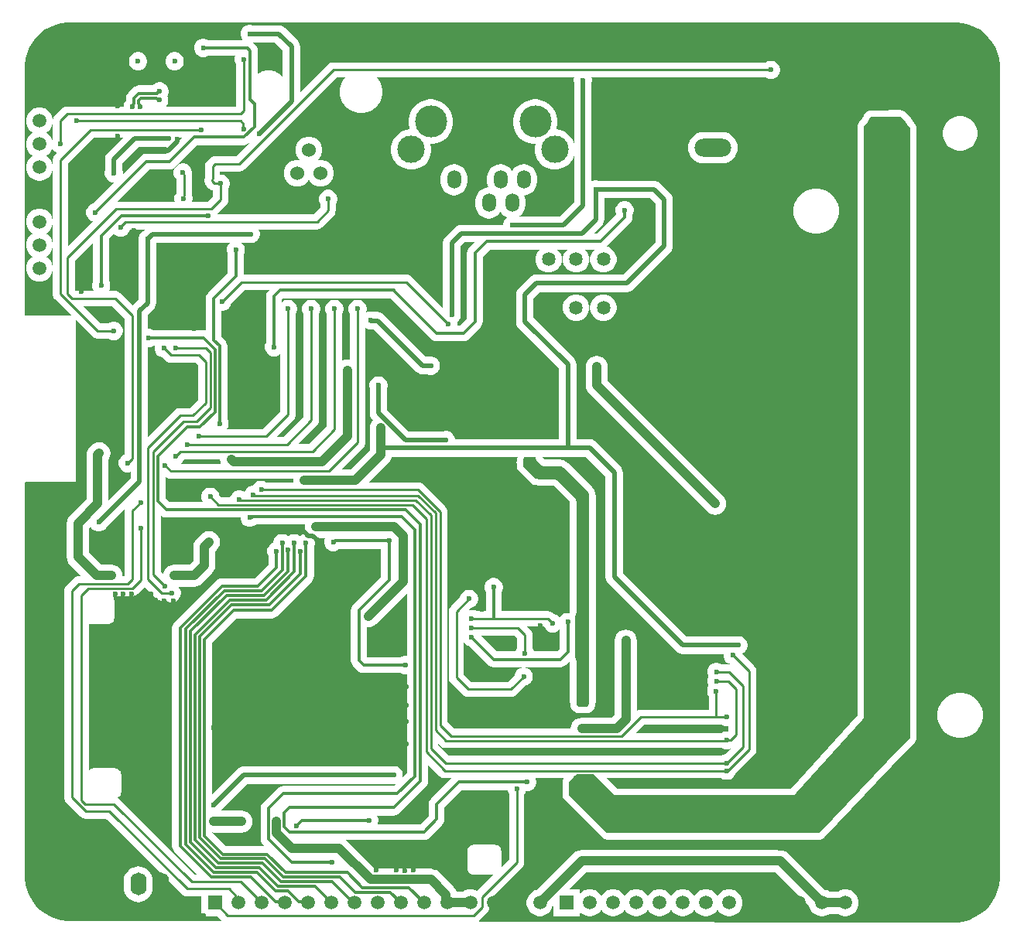
<source format=gbl>
G04*
G04 #@! TF.GenerationSoftware,Altium Limited,Altium Designer,21.6.4 (81)*
G04*
G04 Layer_Physical_Order=2*
G04 Layer_Color=16711680*
%FSLAX25Y25*%
%MOIN*%
G70*
G04*
G04 #@! TF.SameCoordinates,94B67592-C5F0-476C-964B-405C66203207*
G04*
G04*
G04 #@! TF.FilePolarity,Positive*
G04*
G01*
G75*
%ADD11C,0.01000*%
%ADD12C,0.01181*%
%ADD13C,0.01968*%
%ADD140C,0.03937*%
%ADD142C,0.27000*%
%ADD143C,0.02362*%
%ADD144O,0.04331X0.09449*%
%ADD145C,0.13780*%
%ADD146O,0.06890X0.09843*%
%ADD147C,0.05858*%
%ADD148R,0.05906X0.05906*%
%ADD149C,0.05906*%
%ADD150O,0.15748X0.07874*%
%ADD151O,0.07874X0.15748*%
%ADD152C,0.11811*%
%ADD153O,0.05906X0.07874*%
%ADD154C,0.06000*%
%ADD155R,0.05906X0.05906*%
G36*
X111228Y375437D02*
Y364217D01*
X110835Y364610D01*
X109336Y365612D01*
X107670Y366302D01*
X105902Y366653D01*
X104098D01*
X102330Y366302D01*
X100664Y365612D01*
X100600Y365569D01*
Y375275D01*
X100600Y375276D01*
X100485Y376149D01*
X100147Y376963D01*
X99611Y377662D01*
X99611Y377662D01*
X98546Y378728D01*
X107937D01*
X111228Y375437D01*
D02*
G37*
G36*
X404242Y387262D02*
X406735Y386594D01*
X409119Y385606D01*
X411354Y384316D01*
X413401Y382745D01*
X415226Y380921D01*
X416796Y378873D01*
X418086Y376639D01*
X419074Y374254D01*
X419742Y371762D01*
X420079Y369204D01*
Y367913D01*
X420079Y19783D01*
X420098Y18474D01*
X419795Y15871D01*
X419155Y13331D01*
X418189Y10895D01*
X416913Y8607D01*
X415349Y6505D01*
X413525Y4625D01*
X411470Y2999D01*
X409221Y1655D01*
X406816Y616D01*
X404296Y-100D01*
X401704Y-480D01*
X400394Y-500D01*
X400394Y-500D01*
X195359Y-178D01*
X195822Y178D01*
X199322Y3678D01*
X199322Y3678D01*
X199844Y4358D01*
X199965Y4651D01*
X200172Y5150D01*
X200284Y6000D01*
X200284Y6000D01*
Y9140D01*
X214322Y23178D01*
X214322Y23178D01*
X214844Y23858D01*
X215036Y24322D01*
X215172Y24650D01*
X215284Y25500D01*
Y54814D01*
X215669Y55480D01*
X215835Y56102D01*
X215982Y56063D01*
X217018D01*
X218020Y56331D01*
X218917Y56850D01*
X219650Y57583D01*
X220169Y58480D01*
X220437Y59482D01*
Y60518D01*
X220169Y61520D01*
X220092Y61653D01*
X232295D01*
X232257Y61588D01*
X232146Y61443D01*
X232127Y61410D01*
X232057Y61241D01*
X231966Y61083D01*
X231955Y61057D01*
X231908Y60882D01*
X231849Y60739D01*
X231829Y60586D01*
X231817Y60541D01*
X231815Y60537D01*
X231814Y60533D01*
X231767Y60357D01*
X231767Y60356D01*
X231767Y60356D01*
Y60356D01*
X231744Y60181D01*
Y59998D01*
X231720Y59818D01*
Y54682D01*
X231744Y54501D01*
Y54319D01*
X231767Y54147D01*
X231814Y53971D01*
X231815Y53963D01*
X231818Y53955D01*
X231955Y53446D01*
X232219Y52989D01*
X232222Y52981D01*
X232226Y52975D01*
X232317Y52817D01*
X232423Y52679D01*
X232552Y52550D01*
X232663Y52406D01*
X248906Y36163D01*
X249050Y36052D01*
X249179Y35923D01*
X249317Y35818D01*
D01*
D01*
X249317Y35817D01*
X249475Y35726D01*
X249481Y35721D01*
X249489Y35719D01*
X249592Y35659D01*
X249946Y35455D01*
X249946Y35455D01*
X249946Y35455D01*
X250213Y35383D01*
X250455Y35318D01*
X250463Y35315D01*
X250471Y35314D01*
X250647Y35267D01*
X250819Y35244D01*
X251002D01*
X251182Y35220D01*
X342348D01*
X342491Y35239D01*
X342492Y35239D01*
X342511Y35241D01*
X342534Y35239D01*
X342566Y35240D01*
X342634Y35251D01*
X342784Y35255D01*
X342896Y35272D01*
X343015Y35308D01*
X343211Y35334D01*
X343246Y35348D01*
X343283Y35354D01*
X343507Y35454D01*
X343514Y35456D01*
X343578Y35473D01*
X343585Y35477D01*
X343592Y35479D01*
X343646Y35512D01*
X343655Y35517D01*
X343882Y35611D01*
X343911Y35634D01*
X343945Y35649D01*
X344099Y35774D01*
X344207Y35836D01*
X344297Y35905D01*
X344403Y36011D01*
X344458Y36053D01*
X344480Y36076D01*
X344494Y36094D01*
X344509Y36106D01*
X344510Y36107D01*
X344621Y36197D01*
X373600Y66759D01*
X373600Y66759D01*
X383267Y76955D01*
X383352Y77072D01*
X383352Y77072D01*
X383374Y77095D01*
X383396Y77126D01*
X383500Y77235D01*
X383584Y77351D01*
X383643Y77461D01*
X383764Y77618D01*
X383778Y77652D01*
X383800Y77682D01*
X383888Y77911D01*
X383893Y77920D01*
X383925Y77976D01*
X383927Y77983D01*
X383930Y77989D01*
X383945Y78053D01*
X383948Y78061D01*
X384042Y78288D01*
X384046Y78325D01*
X384060Y78360D01*
X384080Y78557D01*
X384113Y78677D01*
X384131Y78819D01*
Y78970D01*
X384136Y79008D01*
Y79039D01*
Y79039D01*
X384155Y79182D01*
Y341939D01*
X384148Y341990D01*
X384149Y341998D01*
X384138Y342086D01*
X384142Y342211D01*
X384136Y342270D01*
X384084Y342492D01*
X384055Y342717D01*
X384002Y342844D01*
X383971Y342977D01*
X383864Y343178D01*
X383777Y343388D01*
X383747Y343439D01*
X383671Y343538D01*
X383629Y343617D01*
X383624Y343622D01*
X383600Y343668D01*
X383247Y344160D01*
X381915Y346020D01*
X381884Y346053D01*
X381805Y346164D01*
X381712Y346264D01*
X381685Y346301D01*
X381654Y346334D01*
X381654Y346334D01*
X381654Y346334D01*
X381626Y346370D01*
X381594Y346403D01*
X381510Y346511D01*
X381414Y346608D01*
X381386Y346644D01*
X379302Y348728D01*
X379161Y348836D01*
X379159Y348839D01*
X379158Y348840D01*
X379145Y348850D01*
X379016Y348977D01*
X378884Y349077D01*
X378739Y349160D01*
X378727Y349169D01*
X378724Y349171D01*
X378594Y349270D01*
X378586Y349273D01*
X378580Y349278D01*
X378413Y349346D01*
X378266Y349431D01*
X378260Y349433D01*
X378254Y349436D01*
X378088Y349480D01*
X377923Y349548D01*
X377915Y349549D01*
X377908Y349552D01*
X377745Y349573D01*
X377743Y349574D01*
X377727Y349576D01*
X377565Y349619D01*
X377401Y349641D01*
X377221D01*
X377204Y349643D01*
X377202D01*
X377198Y349642D01*
X377023Y349664D01*
X367163Y349608D01*
X364581Y349593D01*
X364413Y349570D01*
X364399Y349571D01*
X364386Y349571D01*
X364343Y349565D01*
X364174Y349561D01*
X364037Y349540D01*
X363898Y349499D01*
X363862Y349494D01*
X363859Y349493D01*
X363711Y349473D01*
X363691Y349464D01*
X363669Y349461D01*
X363478Y349377D01*
X363340Y349337D01*
X363232Y349271D01*
X363043Y349191D01*
X363025Y349178D01*
X363005Y349169D01*
X362845Y349040D01*
X362736Y348976D01*
X362634Y348874D01*
X362470Y348746D01*
X362456Y348728D01*
X362439Y348714D01*
X362351Y348594D01*
X362349Y348592D01*
X362327Y348563D01*
X362225Y348460D01*
X362142Y348350D01*
X362058Y348203D01*
X362031Y348168D01*
X362025Y348156D01*
X362020Y348144D01*
X361919Y348007D01*
X361349Y346968D01*
X361349Y346968D01*
X360893Y346135D01*
X359713Y344750D01*
X359713Y344750D01*
X359640Y344664D01*
X359602Y344605D01*
X359602Y344605D01*
X359531Y344522D01*
X359471Y344428D01*
X359423Y344373D01*
X359385Y344314D01*
X359366Y344273D01*
X359241Y344110D01*
X359198Y344007D01*
X359137Y343913D01*
X359060Y343673D01*
X358963Y343440D01*
X358948Y343329D01*
X358914Y343222D01*
X358904Y343017D01*
X358892Y342974D01*
X358883Y342904D01*
Y342831D01*
X358868Y342720D01*
Y342611D01*
D01*
X358859Y342541D01*
Y88752D01*
D01*
X358859Y88752D01*
X330292Y57280D01*
X330292Y57280D01*
X255151D01*
X250778Y61653D01*
X300314D01*
X300980Y61268D01*
X301982Y61000D01*
X303018D01*
X304020Y61268D01*
X304917Y61787D01*
X305650Y62520D01*
X306169Y63417D01*
X306243Y63694D01*
X314322Y71773D01*
X314322Y71773D01*
X314844Y72454D01*
X315036Y72918D01*
X315172Y73246D01*
X315284Y74096D01*
Y107689D01*
X315172Y108539D01*
X315036Y108867D01*
X314844Y109331D01*
X314322Y110011D01*
X314322Y110011D01*
X309006Y115328D01*
X309020Y115331D01*
X309917Y115850D01*
X310650Y116583D01*
X311169Y117480D01*
X311437Y118482D01*
Y119518D01*
X311169Y120520D01*
X310650Y121417D01*
X309917Y122150D01*
X309020Y122669D01*
X308018Y122937D01*
X306982D01*
X306367Y122772D01*
X285063D01*
X257772Y150063D01*
Y193500D01*
X257644Y194476D01*
X257267Y195386D01*
X256667Y196168D01*
X246167Y206667D01*
X245386Y207267D01*
X244476Y207644D01*
X243500Y207772D01*
X237772D01*
Y240000D01*
X237644Y240976D01*
X237267Y241886D01*
X236667Y242668D01*
X219272Y260063D01*
Y268437D01*
X222063Y271228D01*
X259500D01*
X260476Y271356D01*
X261386Y271733D01*
X262168Y272333D01*
X278168Y288333D01*
X278767Y289114D01*
X278988Y289647D01*
X279144Y290024D01*
X279272Y291000D01*
Y311000D01*
X279144Y311976D01*
X278767Y312886D01*
X278168Y313667D01*
X273668Y318167D01*
X272886Y318767D01*
X271976Y319144D01*
X271000Y319272D01*
X247132D01*
X246518Y319437D01*
X245482D01*
X244480Y319169D01*
X244272Y319049D01*
Y361368D01*
X244437Y361982D01*
Y363018D01*
X244250Y363716D01*
X319314D01*
X319980Y363331D01*
X320982Y363063D01*
X322018D01*
X323020Y363331D01*
X323917Y363850D01*
X324650Y364583D01*
X325169Y365480D01*
X325437Y366482D01*
Y367518D01*
X325169Y368520D01*
X324650Y369417D01*
X323917Y370150D01*
X323020Y370669D01*
X322018Y370937D01*
X320982D01*
X319980Y370669D01*
X319314Y370284D01*
X133000D01*
X133000Y370284D01*
X132150Y370172D01*
X131651Y369965D01*
X131358Y369844D01*
X130678Y369322D01*
X118772Y357417D01*
Y377000D01*
X118644Y377976D01*
X118267Y378886D01*
X117667Y379667D01*
X112168Y385168D01*
X111386Y385767D01*
X110476Y386144D01*
X109500Y386272D01*
X98132D01*
X97518Y386437D01*
X96482D01*
X95480Y386169D01*
X94583Y385650D01*
X93850Y384917D01*
X93331Y384020D01*
X93063Y383018D01*
Y381982D01*
X93331Y380980D01*
X93850Y380083D01*
X94057Y379875D01*
X79028D01*
X78520Y380169D01*
X77518Y380437D01*
X76482D01*
X75480Y380169D01*
X74583Y379650D01*
X73850Y378917D01*
X73331Y378020D01*
X73063Y377018D01*
Y375982D01*
X73331Y374980D01*
X73850Y374083D01*
X74583Y373350D01*
X75480Y372831D01*
X76482Y372563D01*
X77518D01*
X78520Y372831D01*
X79028Y373125D01*
X90892D01*
X90831Y373020D01*
X90563Y372018D01*
Y370982D01*
X90831Y369980D01*
X91216Y369314D01*
Y351284D01*
X60852D01*
X61150Y351583D01*
X61669Y352480D01*
X61937Y353482D01*
Y354518D01*
X61669Y355520D01*
X61578Y355676D01*
X61870Y356182D01*
X62138Y357183D01*
Y358219D01*
X61870Y359221D01*
X61352Y360119D01*
X60619Y360852D01*
X59721Y361370D01*
X58719Y361638D01*
X57683D01*
X56682Y361370D01*
X55784Y360852D01*
X55266Y360333D01*
X49225D01*
X49225Y360333D01*
X48352Y360219D01*
X47538Y359881D01*
X46839Y359345D01*
X46839Y359345D01*
X44737Y357243D01*
X44200Y356544D01*
X43863Y355730D01*
X43748Y354856D01*
X43748Y354856D01*
Y353677D01*
X43489Y353417D01*
X42970Y352520D01*
X42702Y351518D01*
Y351284D01*
X18500D01*
X18500Y351284D01*
X17650Y351172D01*
X17322Y351036D01*
X16858Y350844D01*
X16178Y350322D01*
X13178Y347322D01*
X12656Y346642D01*
X12464Y346178D01*
X12328Y345850D01*
X12216Y345000D01*
X12216Y345000D01*
Y337186D01*
X11948Y336723D01*
X11820Y337204D01*
X11068Y338505D01*
X10005Y339568D01*
X9257Y340000D01*
X10005Y340432D01*
X11068Y341495D01*
X11820Y342796D01*
X12209Y344248D01*
Y345752D01*
X11820Y347203D01*
X11068Y348505D01*
X10005Y349568D01*
X8704Y350320D01*
X7252Y350709D01*
X5748D01*
X4296Y350320D01*
X2995Y349568D01*
X1932Y348505D01*
X1180Y347203D01*
X791Y345752D01*
Y344248D01*
X1180Y342796D01*
X1932Y341495D01*
X2995Y340432D01*
X3743Y340000D01*
X2995Y339568D01*
X1932Y338505D01*
X1180Y337204D01*
X791Y335752D01*
Y334248D01*
X1180Y332797D01*
X1932Y331495D01*
X2995Y330432D01*
X3743Y330000D01*
X2995Y329568D01*
X1932Y328505D01*
X1180Y327203D01*
X791Y325752D01*
Y324248D01*
X1180Y322797D01*
X1932Y321495D01*
X2995Y320432D01*
X4296Y319680D01*
X5748Y319291D01*
X7252D01*
X8704Y319680D01*
X10005Y320432D01*
X11068Y321495D01*
X11820Y322797D01*
X12209Y324248D01*
Y325752D01*
X11820Y327203D01*
X11068Y328505D01*
X10005Y329568D01*
X9257Y330000D01*
X10005Y330432D01*
X11068Y331495D01*
X11820Y332797D01*
X11948Y333277D01*
X12350Y332583D01*
X13083Y331850D01*
X13980Y331331D01*
X14143Y331288D01*
X13178Y330322D01*
X12656Y329642D01*
X12424Y329082D01*
X12328Y328850D01*
X12216Y328000D01*
X12216Y328000D01*
Y270500D01*
X12216Y270500D01*
X12328Y269650D01*
X12464Y269322D01*
X12656Y268858D01*
X13178Y268178D01*
X20356Y261000D01*
X0D01*
Y367820D01*
X94Y367913D01*
Y369204D01*
X430Y371762D01*
X1098Y374254D01*
X2086Y376639D01*
X3376Y378873D01*
X4947Y380921D01*
X6772Y382745D01*
X8819Y384316D01*
X11054Y385606D01*
X13438Y386594D01*
X15930Y387262D01*
X18488Y387598D01*
X401684D01*
X404242Y387262D01*
D02*
G37*
G36*
X236563Y363018D02*
Y361982D01*
X236728Y361368D01*
Y335239D01*
X236101Y336752D01*
X235153Y338171D01*
X233946Y339377D01*
X232528Y340325D01*
X230952Y340978D01*
X229278Y341311D01*
X229054D01*
X229275Y341844D01*
X229646Y343707D01*
Y345607D01*
X229275Y347471D01*
X228548Y349226D01*
X227492Y350806D01*
X226149Y352150D01*
X224569Y353205D01*
X222814Y353932D01*
X220950Y354303D01*
X219050D01*
X217186Y353932D01*
X215431Y353205D01*
X213851Y352150D01*
X212508Y350806D01*
X211452Y349226D01*
X210725Y347471D01*
X210354Y345607D01*
Y343707D01*
X210725Y341844D01*
X211452Y340089D01*
X212508Y338509D01*
X213851Y337165D01*
X215431Y336110D01*
X217186Y335383D01*
X219050Y335012D01*
X220064D01*
X219764Y333503D01*
Y331797D01*
X220097Y330123D01*
X220749Y328547D01*
X221697Y327128D01*
X222904Y325922D01*
X224323Y324974D01*
X225899Y324321D01*
X227572Y323988D01*
X229278D01*
X230952Y324321D01*
X232528Y324974D01*
X233946Y325922D01*
X235153Y327128D01*
X236101Y328547D01*
X236728Y330060D01*
Y309950D01*
X230550Y303772D01*
X212991D01*
X214071Y304602D01*
X214986Y305794D01*
X215562Y307183D01*
X215758Y308673D01*
Y310642D01*
X215562Y312132D01*
X215225Y312945D01*
X216490Y313111D01*
X217879Y313687D01*
X219072Y314602D01*
X219987Y315794D01*
X220562Y317183D01*
X220758Y318673D01*
Y320642D01*
X220562Y322132D01*
X219987Y323521D01*
X219072Y324713D01*
X217879Y325628D01*
X216490Y326203D01*
X215000Y326400D01*
X213510Y326203D01*
X212121Y325628D01*
X210929Y324713D01*
X210014Y323521D01*
X210000Y323488D01*
X209986Y323521D01*
X209071Y324713D01*
X207879Y325628D01*
X206490Y326203D01*
X205000Y326400D01*
X203510Y326203D01*
X202121Y325628D01*
X200928Y324713D01*
X200013Y323521D01*
X199438Y322132D01*
X199242Y320642D01*
Y318673D01*
X199438Y317183D01*
X199775Y316370D01*
X198510Y316203D01*
X197121Y315628D01*
X195929Y314713D01*
X195013Y313521D01*
X194438Y312132D01*
X194242Y310642D01*
Y308673D01*
X194438Y307183D01*
X195013Y305794D01*
X195929Y304602D01*
X197121Y303687D01*
X198510Y303112D01*
X200000Y302915D01*
X201490Y303112D01*
X202879Y303687D01*
X204071Y304602D01*
X204987Y305794D01*
X205000Y305827D01*
X205013Y305794D01*
X205928Y304602D01*
X207121Y303687D01*
X207931Y303351D01*
X207583Y303150D01*
X206850Y302417D01*
X206331Y301520D01*
X206063Y300518D01*
Y300272D01*
X188000D01*
X187024Y300144D01*
X186114Y299767D01*
X185333Y299167D01*
X181333Y295167D01*
X180733Y294386D01*
X180356Y293476D01*
X180228Y292500D01*
Y264417D01*
X166822Y277822D01*
X166142Y278344D01*
X165678Y278536D01*
X165350Y278672D01*
X164500Y278784D01*
X164500Y278784D01*
X94375D01*
Y287472D01*
X94669Y287980D01*
X94937Y288982D01*
Y290018D01*
X94669Y291020D01*
X94150Y291917D01*
X93584Y292484D01*
X96277D01*
X96891Y292319D01*
X97928D01*
X98929Y292587D01*
X99827Y293106D01*
X100560Y293839D01*
X101078Y294737D01*
X101347Y295738D01*
Y296775D01*
X101078Y297776D01*
X100824Y298216D01*
X126000D01*
X126000Y298216D01*
X126850Y298328D01*
X127178Y298464D01*
X127642Y298656D01*
X128322Y299178D01*
X133140Y303996D01*
X133141Y303996D01*
X133662Y304676D01*
X133854Y305140D01*
X133990Y305468D01*
X134102Y306318D01*
Y309189D01*
X134487Y309855D01*
X134755Y310856D01*
Y311893D01*
X134487Y312894D01*
X133969Y313792D01*
X133236Y314525D01*
X132338Y315043D01*
X131337Y315312D01*
X130300D01*
X129299Y315043D01*
X128401Y314525D01*
X127668Y313792D01*
X127150Y312894D01*
X126881Y311893D01*
Y310856D01*
X127150Y309855D01*
X127534Y309189D01*
Y307679D01*
X124640Y304784D01*
X82933D01*
X82932Y304788D01*
X86822Y308678D01*
X86822Y308678D01*
X87344Y309358D01*
X87536Y309822D01*
X87672Y310150D01*
X87784Y311000D01*
Y315814D01*
X88169Y316480D01*
X88437Y317482D01*
Y318518D01*
X88169Y319520D01*
X87650Y320417D01*
X86917Y321150D01*
X86020Y321669D01*
X85018Y321937D01*
X84284D01*
Y323216D01*
X92500D01*
X92500Y323216D01*
X93350Y323328D01*
X93678Y323464D01*
X94142Y323656D01*
X94822Y324178D01*
X134360Y363716D01*
X138271D01*
X137890Y363335D01*
X136888Y361836D01*
X136198Y360170D01*
X135846Y358401D01*
Y356598D01*
X136198Y354830D01*
X136888Y353164D01*
X137890Y351665D01*
X139165Y350390D01*
X140664Y349388D01*
X142330Y348698D01*
X144098Y348346D01*
X145902D01*
X147670Y348698D01*
X149336Y349388D01*
X150835Y350390D01*
X152110Y351665D01*
X153112Y353164D01*
X153802Y354830D01*
X154154Y356598D01*
Y358401D01*
X153802Y360170D01*
X153112Y361836D01*
X152110Y363335D01*
X151729Y363716D01*
X236750D01*
X236563Y363018D01*
D02*
G37*
G36*
X98144Y336788D02*
X91140Y329784D01*
X82000D01*
X81150Y329672D01*
X80822Y329536D01*
X80358Y329344D01*
X79678Y328822D01*
X79678Y328822D01*
X78678Y327822D01*
X78156Y327142D01*
X77964Y326678D01*
X77828Y326350D01*
X77716Y325500D01*
X77716Y325500D01*
Y320566D01*
X77630Y319914D01*
X77630Y319914D01*
Y319086D01*
X77630Y319086D01*
X77742Y318236D01*
X77906Y317840D01*
X78070Y317444D01*
X78592Y316764D01*
X79497Y315859D01*
X79497Y315859D01*
X80177Y315337D01*
X80641Y315145D01*
X80969Y315009D01*
X81216Y314977D01*
Y312360D01*
X79140Y310284D01*
X72251D01*
X72435Y310972D01*
Y312009D01*
X72167Y313010D01*
X72032Y313244D01*
Y321654D01*
X72187Y322232D01*
Y323268D01*
X71919Y324270D01*
X71400Y325167D01*
X70667Y325900D01*
X69770Y326419D01*
X68768Y326687D01*
X67732D01*
X66730Y326419D01*
X65833Y325900D01*
X65100Y325167D01*
X64581Y324270D01*
X64313Y323268D01*
Y322232D01*
X64581Y321230D01*
X65100Y320333D01*
X65464Y319968D01*
Y314024D01*
X65348Y313908D01*
X64829Y313010D01*
X64561Y312009D01*
Y310972D01*
X64745Y310284D01*
X40058D01*
X53898Y324125D01*
X62500D01*
X62500Y324125D01*
X63374Y324240D01*
X64188Y324577D01*
X64887Y325113D01*
X74398Y334625D01*
X94500D01*
X94500Y334625D01*
X95374Y334740D01*
X96188Y335077D01*
X96887Y335613D01*
X98103Y336829D01*
X98144Y336788D01*
D02*
G37*
G36*
X61102Y330875D02*
X52500D01*
X52500Y330875D01*
X51626Y330760D01*
X50812Y330423D01*
X50113Y329887D01*
X50113Y329887D01*
X42437Y322211D01*
Y323018D01*
X42272Y323633D01*
Y326937D01*
X49063Y333728D01*
X60868D01*
X61482Y333563D01*
X62518D01*
X63520Y333831D01*
X64417Y334350D01*
X65150Y335083D01*
X65669Y335980D01*
X65937Y336982D01*
Y337716D01*
X67943D01*
X61102Y330875D01*
D02*
G37*
G36*
X51133Y297468D02*
X50583Y297150D01*
X49850Y296417D01*
X49331Y295520D01*
X49063Y294518D01*
Y293482D01*
X49228Y292867D01*
Y268063D01*
X46832Y265668D01*
X46678Y265466D01*
X41322Y270822D01*
X40642Y271344D01*
X40178Y271536D01*
X39850Y271672D01*
X39000Y271784D01*
X39000Y271784D01*
X36267D01*
X36669Y272480D01*
X36937Y273482D01*
Y274518D01*
X36669Y275520D01*
X36375Y276028D01*
Y294102D01*
X38603Y296329D01*
X39083Y295850D01*
X39980Y295331D01*
X40982Y295063D01*
X42018D01*
X43020Y295331D01*
X43917Y295850D01*
X44650Y296583D01*
X45169Y297480D01*
X45366Y298216D01*
X51881D01*
X51133Y297468D01*
D02*
G37*
G36*
X35833Y331168D02*
X35233Y330386D01*
X34856Y329476D01*
X34728Y328500D01*
Y323633D01*
X34563Y323018D01*
Y321982D01*
X34831Y320980D01*
X35350Y320083D01*
X36083Y319350D01*
X36980Y318831D01*
X37982Y318563D01*
X38789D01*
X29547Y309321D01*
X28980Y309169D01*
X28083Y308650D01*
X27350Y307917D01*
X26831Y307020D01*
X26563Y306018D01*
Y304982D01*
X26831Y303980D01*
X27350Y303083D01*
X28083Y302350D01*
X28980Y301831D01*
X29538Y301682D01*
X18784Y290928D01*
Y326640D01*
X29860Y337716D01*
X42381D01*
X35833Y331168D01*
D02*
G37*
G36*
X271728Y309437D02*
Y292563D01*
X257937Y278772D01*
X220500D01*
X219524Y278644D01*
X218614Y278267D01*
X217832Y277667D01*
X212832Y272668D01*
X212233Y271886D01*
X211856Y270976D01*
X211728Y270000D01*
Y258500D01*
X211856Y257524D01*
X212233Y256614D01*
X212832Y255833D01*
X230228Y238437D01*
Y207772D01*
X185437D01*
Y208018D01*
X185169Y209020D01*
X184650Y209917D01*
X183917Y210650D01*
X183020Y211169D01*
X182018Y211437D01*
X180982D01*
X180368Y211272D01*
X165563D01*
X156272Y220563D01*
Y229868D01*
X156437Y230482D01*
Y231518D01*
X156169Y232520D01*
X155650Y233417D01*
X154917Y234150D01*
X154020Y234669D01*
X153018Y234937D01*
X151982D01*
X150980Y234669D01*
X150083Y234150D01*
X149350Y233417D01*
X148831Y232520D01*
X148563Y231518D01*
Y230482D01*
X148728Y229868D01*
Y219000D01*
X148856Y218024D01*
X149233Y217114D01*
X149832Y216333D01*
X150111Y216054D01*
X149373Y215093D01*
X148897Y213944D01*
X148735Y212711D01*
Y204500D01*
Y202974D01*
X140526Y194765D01*
X136409D01*
X145822Y204178D01*
X146344Y204858D01*
X146465Y205151D01*
X146672Y205650D01*
X146784Y206500D01*
X146784Y206500D01*
Y255733D01*
X147480Y255331D01*
X148482Y255063D01*
X149518D01*
X149851Y255152D01*
X150513D01*
X168757Y236908D01*
X169538Y236308D01*
X170448Y235931D01*
X171425Y235803D01*
X173586D01*
X174482Y235563D01*
X175518D01*
X176520Y235831D01*
X177417Y236350D01*
X178150Y237083D01*
X178669Y237980D01*
X178937Y238982D01*
Y240018D01*
X178669Y241020D01*
X178150Y241917D01*
X177417Y242650D01*
X176520Y243169D01*
X175518Y243437D01*
X174482D01*
X174149Y243348D01*
X172987D01*
X154743Y261592D01*
X153962Y262192D01*
X153052Y262569D01*
X152075Y262697D01*
X150414D01*
X149518Y262937D01*
X148482D01*
X147480Y262669D01*
X147171Y262490D01*
X147437Y263482D01*
Y264518D01*
X147169Y265520D01*
X146650Y266417D01*
X145917Y267150D01*
X145020Y267669D01*
X144018Y267937D01*
X142982D01*
X141980Y267669D01*
X141083Y267150D01*
X140350Y266417D01*
X139831Y265520D01*
X139563Y264518D01*
Y263482D01*
X139831Y262480D01*
X140216Y261814D01*
Y242105D01*
X139000Y242265D01*
X137767Y242103D01*
X136870Y241731D01*
Y261963D01*
X137169Y262480D01*
X137437Y263482D01*
Y264518D01*
X137169Y265520D01*
X136650Y266417D01*
X135917Y267150D01*
X135020Y267669D01*
X134018Y267937D01*
X132982D01*
X131980Y267669D01*
X131083Y267150D01*
X130350Y266417D01*
X129831Y265520D01*
X129563Y264518D01*
Y263482D01*
X129831Y262480D01*
X130302Y261666D01*
Y213446D01*
X122640Y205784D01*
X117928D01*
X125822Y213678D01*
X125822Y213678D01*
X126344Y214358D01*
X126536Y214822D01*
X126672Y215150D01*
X126784Y216000D01*
Y261814D01*
X127169Y262480D01*
X127437Y263482D01*
Y264518D01*
X127169Y265520D01*
X126650Y266417D01*
X125917Y267150D01*
X125020Y267669D01*
X124018Y267937D01*
X122982D01*
X121980Y267669D01*
X121083Y267150D01*
X120350Y266417D01*
X119831Y265520D01*
X119563Y264518D01*
Y263482D01*
X119831Y262480D01*
X120216Y261814D01*
Y217360D01*
X111640Y208784D01*
X108428D01*
X115822Y216178D01*
X115822Y216178D01*
X116344Y216858D01*
X116465Y217151D01*
X116672Y217650D01*
X116784Y218500D01*
X116784Y218500D01*
Y261814D01*
X117169Y262480D01*
X117437Y263482D01*
Y264518D01*
X117169Y265520D01*
X116650Y266417D01*
X115917Y267150D01*
X115020Y267669D01*
X114018Y267937D01*
X112982D01*
X111980Y267669D01*
X111083Y267150D01*
X110875Y266943D01*
Y268102D01*
X111398Y268625D01*
X157602D01*
X175113Y251113D01*
X175113Y251113D01*
X175812Y250577D01*
X176626Y250240D01*
X177500Y250125D01*
X177500Y250125D01*
X189000D01*
X189000Y250125D01*
X189874Y250240D01*
X190688Y250577D01*
X191387Y251113D01*
X196387Y256113D01*
X196387Y256113D01*
X196923Y256812D01*
X197260Y257626D01*
X197375Y258500D01*
X197375Y258500D01*
Y286602D01*
X200398Y289625D01*
X221949D01*
X221177Y288853D01*
X220428Y287557D01*
X220041Y286111D01*
Y284614D01*
X220428Y283168D01*
X221177Y281872D01*
X222235Y280813D01*
X223532Y280065D01*
X224977Y279677D01*
X226474D01*
X227920Y280065D01*
X229217Y280813D01*
X230275Y281872D01*
X231024Y283168D01*
X231411Y284614D01*
Y286111D01*
X231024Y287557D01*
X230275Y288853D01*
X229503Y289625D01*
X233791D01*
X232996Y288829D01*
X232247Y287533D01*
X231860Y286087D01*
Y284590D01*
X232247Y283144D01*
X232996Y281848D01*
X234054Y280789D01*
X235350Y280041D01*
X236796Y279654D01*
X238293D01*
X239739Y280041D01*
X241036Y280789D01*
X242094Y281848D01*
X242843Y283144D01*
X243230Y284590D01*
Y286087D01*
X242843Y287533D01*
X242094Y288829D01*
X241299Y289625D01*
X245582D01*
X244791Y288833D01*
X244042Y287537D01*
X243655Y286091D01*
Y284594D01*
X244042Y283148D01*
X244791Y281852D01*
X245849Y280793D01*
X247146Y280045D01*
X248592Y279658D01*
X250089D01*
X251535Y280045D01*
X252831Y280793D01*
X253889Y281852D01*
X254638Y283148D01*
X255025Y284594D01*
Y286091D01*
X254638Y287537D01*
X253889Y288833D01*
X252831Y289892D01*
X251535Y290640D01*
X250651Y290877D01*
X260887Y301113D01*
X260887Y301113D01*
X261423Y301812D01*
X261760Y302626D01*
X261875Y303500D01*
Y304472D01*
X262169Y304980D01*
X262437Y305982D01*
Y307018D01*
X262169Y308020D01*
X261650Y308917D01*
X260917Y309650D01*
X260020Y310169D01*
X259018Y310437D01*
X257982D01*
X256980Y310169D01*
X256083Y309650D01*
X255350Y308917D01*
X254831Y308020D01*
X254563Y307018D01*
Y305982D01*
X254831Y304980D01*
X254969Y304742D01*
X246602Y296375D01*
X245210D01*
X248668Y299833D01*
X249267Y300614D01*
X249644Y301524D01*
X249772Y302500D01*
Y311728D01*
X269437D01*
X271728Y309437D01*
D02*
G37*
G36*
X29625Y276028D02*
X29331Y275520D01*
X29063Y274518D01*
Y273482D01*
X29331Y272480D01*
X29733Y271784D01*
X21860D01*
X21784Y271860D01*
Y284640D01*
X29625Y292480D01*
Y276028D01*
D02*
G37*
G36*
X191613Y290387D02*
X191077Y289688D01*
X190740Y288874D01*
X190625Y288000D01*
X190625Y288000D01*
Y259898D01*
X187602Y256875D01*
X186408D01*
X186437Y256982D01*
Y258018D01*
X186349Y258346D01*
X186417Y258385D01*
X187150Y259118D01*
X187669Y260016D01*
X187937Y261017D01*
Y262054D01*
X187772Y262668D01*
Y290937D01*
X189563Y292728D01*
X193954D01*
X191613Y290387D01*
D02*
G37*
G36*
X87850Y291917D02*
X87331Y291020D01*
X87063Y290018D01*
Y288982D01*
X87331Y287980D01*
X87625Y287472D01*
Y279398D01*
X79113Y270887D01*
X78577Y270188D01*
X78240Y269374D01*
X78125Y268500D01*
X78125Y268500D01*
Y254656D01*
X77874Y254760D01*
X77000Y254875D01*
X77000Y254875D01*
X55528D01*
X55020Y255169D01*
X54018Y255437D01*
X53272D01*
Y261437D01*
X55668Y263832D01*
X56267Y264614D01*
X56644Y265524D01*
X56772Y266500D01*
Y292437D01*
X56819Y292484D01*
X88416D01*
X87850Y291917D01*
D02*
G37*
G36*
X43216Y259640D02*
Y201232D01*
X42980Y201169D01*
X42083Y200650D01*
X41350Y199917D01*
X40831Y199020D01*
X40563Y198018D01*
Y196982D01*
X40831Y195980D01*
X41350Y195083D01*
X42083Y194350D01*
X42980Y193831D01*
X43982Y193563D01*
X45018D01*
X45728Y193753D01*
Y191063D01*
X36265Y181600D01*
Y199220D01*
X36383Y199373D01*
X36859Y200523D01*
X37021Y201756D01*
X36859Y202989D01*
X36383Y204138D01*
X35625Y205125D01*
X34639Y205883D01*
X33489Y206359D01*
X32256Y206521D01*
X31023Y206359D01*
X29873Y205883D01*
X28886Y205125D01*
X28130Y204369D01*
X27373Y203383D01*
X26897Y202233D01*
X26735Y201000D01*
Y181974D01*
X19631Y174870D01*
X18873Y173883D01*
X18397Y172733D01*
X18235Y171500D01*
Y157000D01*
X18397Y155767D01*
X18873Y154617D01*
X19631Y153630D01*
X24477Y148784D01*
X23500D01*
X23500Y148784D01*
X22650Y148672D01*
X22322Y148536D01*
X21858Y148344D01*
X21178Y147822D01*
X18178Y144822D01*
X17656Y144142D01*
X17464Y143678D01*
X17328Y143350D01*
X17216Y142500D01*
X17216Y142500D01*
Y53500D01*
X17216Y53500D01*
X17328Y52650D01*
X17464Y52322D01*
X17656Y51858D01*
X18178Y51178D01*
X24178Y45178D01*
X24178Y45178D01*
X24858Y44656D01*
X25322Y44464D01*
X25650Y44328D01*
X26500Y44216D01*
X26500Y44216D01*
X35140D01*
X67678Y11678D01*
X67678Y11678D01*
X68358Y11156D01*
X68822Y10964D01*
X69150Y10828D01*
X70000Y10716D01*
X76291D01*
Y2291D01*
X83064D01*
X85178Y178D01*
X85178Y178D01*
X85416Y-5D01*
X19779Y98D01*
X18488D01*
X15930Y435D01*
X13438Y1103D01*
X11054Y2091D01*
X8819Y3381D01*
X6772Y4952D01*
X4947Y6776D01*
X3376Y8824D01*
X2086Y11058D01*
X1098Y13442D01*
X430Y15935D01*
X94Y18493D01*
Y19783D01*
Y189094D01*
X500Y189500D01*
X22000D01*
Y259356D01*
X29178Y252178D01*
X29178Y252178D01*
X29858Y251656D01*
X30254Y251492D01*
X30650Y251328D01*
X31500Y251216D01*
X31500Y251216D01*
X36314D01*
X36980Y250831D01*
X37982Y250563D01*
X39018D01*
X40020Y250831D01*
X40917Y251350D01*
X41650Y252083D01*
X42169Y252980D01*
X42437Y253982D01*
Y255018D01*
X42169Y256020D01*
X41650Y256917D01*
X40917Y257650D01*
X40020Y258169D01*
X39018Y258437D01*
X37982D01*
X36980Y258169D01*
X36314Y257784D01*
X32860D01*
X25428Y265216D01*
X37640D01*
X43216Y259640D01*
D02*
G37*
G36*
X56063Y247518D02*
Y246482D01*
X56331Y245480D01*
X56850Y244583D01*
X57583Y243850D01*
X58480Y243331D01*
X59224Y243132D01*
X60678Y241678D01*
X61358Y241156D01*
X61822Y240964D01*
X62150Y240828D01*
X63000Y240716D01*
X63000Y240716D01*
X73640D01*
X74716Y239640D01*
Y224860D01*
X71140Y221284D01*
X67000D01*
X67000Y221284D01*
X66150Y221172D01*
X65651Y220965D01*
X65358Y220844D01*
X64678Y220322D01*
X53272Y208917D01*
Y247563D01*
X54018D01*
X55020Y247831D01*
X55528Y248125D01*
X56226D01*
X56063Y247518D01*
D02*
G37*
G36*
X105113Y271887D02*
X104577Y271188D01*
X104240Y270374D01*
X104125Y269500D01*
X104125Y269500D01*
Y249528D01*
X103831Y249020D01*
X103563Y248018D01*
Y246982D01*
X103831Y245980D01*
X104350Y245083D01*
X105083Y244350D01*
X105980Y243831D01*
X106982Y243563D01*
X108018D01*
X109020Y243831D01*
X109917Y244350D01*
X110216Y244648D01*
Y219860D01*
X102640Y212284D01*
X87267D01*
X87669Y212980D01*
X87937Y213982D01*
Y215018D01*
X87669Y216020D01*
X87375Y216528D01*
Y248000D01*
X87260Y248874D01*
X86923Y249688D01*
X86690Y249991D01*
X86387Y250387D01*
X86387Y250387D01*
X84875Y251898D01*
Y263063D01*
X85518D01*
X86520Y263331D01*
X87417Y263850D01*
X88150Y264583D01*
X88669Y265480D01*
X88868Y266224D01*
X94860Y272216D01*
X105443D01*
X105113Y271887D01*
D02*
G37*
G36*
X84235Y199000D02*
X84397Y197767D01*
X84597Y197284D01*
X67304D01*
X67417Y197350D01*
X68150Y198083D01*
X68669Y198980D01*
X68732Y199216D01*
X84263D01*
X84235Y199000D01*
D02*
G37*
G36*
X61358Y191156D02*
X61822Y190964D01*
X62150Y190828D01*
X63000Y190716D01*
X115829D01*
X115735Y190000D01*
X115829Y189284D01*
X104186D01*
X103520Y189669D01*
X102518Y189937D01*
X101482D01*
X100480Y189669D01*
X99583Y189150D01*
X98850Y188417D01*
X98465Y187752D01*
X97982D01*
X96980Y187484D01*
X96083Y186965D01*
X95350Y186232D01*
X94831Y185335D01*
X94764Y185085D01*
X94020Y185515D01*
X93018Y185784D01*
X91982D01*
X90980Y185515D01*
X90083Y184997D01*
X89350Y184264D01*
X88831Y183366D01*
X88643Y182662D01*
X84982D01*
X83868Y183776D01*
X83669Y184520D01*
X83150Y185417D01*
X82417Y186150D01*
X81520Y186669D01*
X80518Y186937D01*
X79482D01*
X78480Y186669D01*
X77583Y186150D01*
X76850Y185417D01*
X76331Y184520D01*
X76063Y183518D01*
Y182482D01*
X76331Y181480D01*
X76681Y180875D01*
X62398D01*
X60875Y182398D01*
Y191526D01*
X61358Y191156D01*
D02*
G37*
G36*
X43328Y177850D02*
X43216Y177000D01*
X43216Y177000D01*
Y148860D01*
X43140Y148784D01*
X42237D01*
X42265Y149000D01*
X42103Y150233D01*
X41627Y151383D01*
X40870Y152369D01*
X39883Y153127D01*
X38733Y153603D01*
X37500Y153765D01*
X32974D01*
X27765Y158974D01*
Y169526D01*
X28473Y170234D01*
X28850Y169583D01*
X29583Y168850D01*
X30480Y168331D01*
X31482Y168063D01*
X32518D01*
X33520Y168331D01*
X34417Y168850D01*
X35150Y169583D01*
X35468Y170133D01*
X43429Y178094D01*
X43328Y177850D01*
D02*
G37*
G36*
X59009Y174810D02*
X59312Y174577D01*
X60126Y174240D01*
X61000Y174125D01*
X93063D01*
Y173482D01*
X93331Y172480D01*
X93850Y171583D01*
X94583Y170850D01*
X95480Y170331D01*
X96482Y170063D01*
X97518D01*
X98520Y170331D01*
X99417Y170850D01*
X99692Y171125D01*
X120883D01*
X120735Y170000D01*
X120897Y168767D01*
X121373Y167617D01*
X121916Y166909D01*
X121814Y166937D01*
X120777D01*
X119776Y166669D01*
X118878Y166150D01*
X118736Y166009D01*
X118595Y166150D01*
X117697Y166669D01*
X116695Y166937D01*
X115659D01*
X114657Y166669D01*
X113760Y166150D01*
X113618Y166009D01*
X113476Y166150D01*
X112579Y166669D01*
X111577Y166937D01*
X110541D01*
X109539Y166669D01*
X108642Y166150D01*
X107909Y165417D01*
X107390Y164520D01*
X107122Y163518D01*
Y163207D01*
X106980Y163169D01*
X106083Y162650D01*
X105350Y161917D01*
X104831Y161020D01*
X104563Y160018D01*
Y158982D01*
X104831Y157980D01*
X105125Y157472D01*
Y153898D01*
X99102Y147875D01*
X85000D01*
X84126Y147760D01*
X83312Y147423D01*
X83009Y147190D01*
X82613Y146887D01*
X82613Y146887D01*
X64613Y128887D01*
X64077Y128188D01*
X63740Y127374D01*
X63625Y126500D01*
X63625Y126500D01*
Y32500D01*
X63625Y32500D01*
X63740Y31626D01*
X64077Y30812D01*
X64613Y30113D01*
X74442Y20284D01*
X73360D01*
X40822Y52822D01*
X40200Y53300D01*
X40327Y53353D01*
X40903Y53794D01*
X41344Y54370D01*
X41622Y55040D01*
X41717Y55760D01*
Y63240D01*
X41622Y63960D01*
X41344Y64630D01*
X40903Y65206D01*
X40327Y65647D01*
X39656Y65925D01*
X38937Y66020D01*
X29882D01*
X29162Y65925D01*
X28492Y65647D01*
X27916Y65206D01*
X27784Y65033D01*
Y127980D01*
X35937D01*
X36656Y128075D01*
X37327Y128353D01*
X37903Y128794D01*
X38344Y129370D01*
X38622Y130040D01*
X38717Y130760D01*
Y138240D01*
X38622Y138960D01*
X38344Y139630D01*
X37903Y140206D01*
X37889Y140216D01*
X46500D01*
X46500Y140216D01*
X47350Y140328D01*
X47678Y140464D01*
X48142Y140656D01*
X48822Y141178D01*
X51750Y144106D01*
X56678Y139178D01*
X56678Y139178D01*
X57358Y138656D01*
X57822Y138464D01*
X58150Y138328D01*
X59000Y138216D01*
X59000Y138216D01*
X61314D01*
X61980Y137831D01*
X62982Y137563D01*
X64018D01*
X65020Y137831D01*
X65917Y138350D01*
X66650Y139083D01*
X67169Y139980D01*
X67437Y140982D01*
Y142018D01*
X67169Y143020D01*
X66650Y143917D01*
X66333Y144235D01*
X73000D01*
X74233Y144397D01*
X75383Y144873D01*
X76370Y145631D01*
X80870Y150130D01*
X81627Y151117D01*
X82103Y152267D01*
X82265Y153500D01*
Y159526D01*
X82869Y160131D01*
X83627Y161117D01*
X84103Y162267D01*
X84265Y163500D01*
X84103Y164733D01*
X83627Y165883D01*
X82869Y166869D01*
X81883Y167627D01*
X80733Y168103D01*
X79500Y168265D01*
X78267Y168103D01*
X77117Y167627D01*
X76130Y166869D01*
X74130Y164869D01*
X73373Y163883D01*
X72897Y162733D01*
X72735Y161500D01*
Y155474D01*
X71026Y153765D01*
X64500D01*
X63267Y153603D01*
X62117Y153127D01*
X61130Y152369D01*
X60373Y151383D01*
X59897Y150233D01*
X59841Y149804D01*
X58784Y150860D01*
Y174982D01*
X59009Y174810D01*
D02*
G37*
G36*
X250228Y191937D02*
Y148500D01*
X250356Y147524D01*
X250733Y146614D01*
X251332Y145833D01*
X280833Y116332D01*
X281614Y115733D01*
X282524Y115356D01*
X283500Y115228D01*
X301090D01*
X301080Y115191D01*
Y114154D01*
X301348Y113153D01*
X301866Y112255D01*
X302599Y111522D01*
X303497Y111004D01*
X304240Y110805D01*
X304389Y110656D01*
X304350Y110672D01*
X303500Y110784D01*
X303500Y110784D01*
X300186D01*
X299520Y111169D01*
X298518Y111437D01*
X297482D01*
X296480Y111169D01*
X295583Y110650D01*
X294850Y109917D01*
X294331Y109020D01*
X294063Y108018D01*
Y106982D01*
X294331Y105980D01*
X294609Y105500D01*
X294331Y105020D01*
X294063Y104018D01*
Y102982D01*
X294331Y101980D01*
X294646Y101435D01*
X294288Y100815D01*
X294020Y99813D01*
Y98777D01*
X294288Y97776D01*
X294673Y97109D01*
Y91284D01*
X265500D01*
X265500Y91284D01*
X264650Y91172D01*
X264151Y90965D01*
X263858Y90844D01*
X263765Y90773D01*
Y121000D01*
X263603Y122233D01*
X263127Y123383D01*
X262369Y124370D01*
X261383Y125127D01*
X260233Y125603D01*
X259000Y125765D01*
X257767Y125603D01*
X256617Y125127D01*
X255630Y124370D01*
X254873Y123383D01*
X254397Y122233D01*
X254235Y121000D01*
Y88974D01*
X253026Y87765D01*
X240000D01*
X238767Y87603D01*
X237617Y87127D01*
X236631Y86370D01*
X235873Y85383D01*
X235397Y84233D01*
X235239Y83028D01*
X185116D01*
X182284Y85860D01*
Y176500D01*
X182284Y176500D01*
X182172Y177350D01*
X181965Y177849D01*
X181844Y178142D01*
X181322Y178822D01*
X181322Y178822D01*
X171822Y188322D01*
X171142Y188844D01*
X170678Y189036D01*
X170350Y189172D01*
X169500Y189284D01*
X169500Y189284D01*
X148523D01*
X156869Y197631D01*
X157627Y198617D01*
X158103Y199767D01*
X158163Y200228D01*
X212332D01*
X212331Y200224D01*
X212204Y199758D01*
Y199758D01*
X212203Y199758D01*
X212188Y199700D01*
X212182Y199688D01*
X212181Y199682D01*
X212174Y199633D01*
X212131Y199529D01*
X212125Y199483D01*
X212104Y199422D01*
X212092Y199366D01*
X212087Y199294D01*
X212073Y199243D01*
X212073Y199137D01*
X212060Y199088D01*
X212047Y198991D01*
Y198893D01*
X212036Y198809D01*
Y198793D01*
X212023Y198696D01*
Y198628D01*
Y198513D01*
D01*
X211999Y198333D01*
Y198333D01*
X211986Y198231D01*
Y198226D01*
Y198049D01*
X211962Y197868D01*
Y197863D01*
X211986Y197683D01*
Y197506D01*
Y197501D01*
X211991Y197464D01*
X212010Y197320D01*
Y197320D01*
X212023Y197222D01*
X212023Y197218D01*
Y197036D01*
Y196515D01*
X212047Y196334D01*
Y196152D01*
X212070Y195979D01*
X212117Y195803D01*
X212118Y195795D01*
X212121Y195788D01*
X212258Y195278D01*
X212521Y194821D01*
X212524Y194814D01*
X212529Y194808D01*
X212620Y194650D01*
X212620Y194650D01*
X212726Y194512D01*
X212855Y194383D01*
X212966Y194238D01*
X218238Y188966D01*
X218383Y188855D01*
X218512Y188726D01*
X218650Y188620D01*
X218808Y188529D01*
X218814Y188524D01*
X218821Y188521D01*
X219278Y188258D01*
X219278Y188258D01*
X219278Y188257D01*
X219584Y188176D01*
X219617Y188159D01*
X219647Y188153D01*
X219703Y188130D01*
X219791Y188106D01*
X219891Y188093D01*
X219979Y188070D01*
X219979D01*
X219979Y188070D01*
X220059Y188059D01*
X220059D01*
X220364Y187999D01*
X220477Y187991D01*
X220560Y187969D01*
X221482Y187847D01*
X221482Y187847D01*
X221647Y187826D01*
X221648D01*
X221648Y187826D01*
X221664Y187824D01*
X221846Y187824D01*
X222026Y187800D01*
X227722D01*
X227895Y187777D01*
X228033Y187671D01*
X234833Y180871D01*
X234940Y180733D01*
X234962Y180560D01*
Y133471D01*
X234957Y133442D01*
X234951Y133353D01*
X234922Y133304D01*
X234872Y133246D01*
X234759Y133077D01*
X234732Y133022D01*
X234641Y132904D01*
X234518Y132937D01*
X233482D01*
X232480Y132669D01*
X231583Y132150D01*
X230850Y131417D01*
X230594Y130974D01*
X229917Y131650D01*
X229020Y132169D01*
X228276Y132368D01*
X227972Y132673D01*
X227292Y133194D01*
X226828Y133387D01*
X226500Y133522D01*
X225650Y133634D01*
X225649Y133634D01*
X205478D01*
Y142075D01*
X205771Y142583D01*
X206040Y143584D01*
Y144621D01*
X205771Y145622D01*
X205253Y146520D01*
X204520Y147253D01*
X203622Y147771D01*
X202621Y148039D01*
X201584D01*
X200583Y147771D01*
X199685Y147253D01*
X198952Y146520D01*
X198434Y145622D01*
X198166Y144621D01*
Y143584D01*
X198434Y142583D01*
X198727Y142075D01*
Y133634D01*
X194752D01*
X194085Y134019D01*
X193084Y134287D01*
X192047D01*
X191206Y134062D01*
X192276Y135132D01*
X193020Y135331D01*
X193917Y135850D01*
X194650Y136583D01*
X195169Y137480D01*
X195437Y138482D01*
Y139518D01*
X195169Y140520D01*
X194650Y141417D01*
X193917Y142150D01*
X193020Y142669D01*
X192018Y142937D01*
X190982D01*
X189980Y142669D01*
X189083Y142150D01*
X188350Y141417D01*
X187831Y140520D01*
X187632Y139776D01*
X183678Y135822D01*
X183156Y135142D01*
X182964Y134678D01*
X182828Y134350D01*
X182716Y133500D01*
X182716Y133500D01*
Y105000D01*
X182716Y105000D01*
X182828Y104150D01*
X182964Y103822D01*
X183156Y103358D01*
X183678Y102678D01*
X188678Y97678D01*
X188678Y97678D01*
X189358Y97156D01*
X189651Y97035D01*
X190150Y96828D01*
X191000Y96716D01*
X191000Y96716D01*
X209500D01*
X209500Y96716D01*
X210350Y96828D01*
X210678Y96964D01*
X211142Y97156D01*
X211822Y97678D01*
X215776Y101632D01*
X216520Y101831D01*
X217417Y102350D01*
X218150Y103083D01*
X218669Y103980D01*
X218937Y104982D01*
Y106018D01*
X218669Y107020D01*
X218150Y107917D01*
X217417Y108650D01*
X216520Y109169D01*
X215518Y109437D01*
X214482D01*
X213480Y109169D01*
X212583Y108650D01*
X211850Y107917D01*
X211331Y107020D01*
X211132Y106276D01*
X208140Y103284D01*
X192360D01*
X189284Y106360D01*
Y120132D01*
X189326Y120059D01*
X190059Y119326D01*
X190957Y118808D01*
X191524Y118656D01*
X199625Y110554D01*
X199625Y110554D01*
X200324Y110018D01*
X201138Y109681D01*
X202012Y109566D01*
X230941D01*
X230941Y109566D01*
X231815Y109681D01*
X232629Y110018D01*
X233328Y110554D01*
X234842Y112069D01*
X234851Y112058D01*
X234915Y111994D01*
X234951Y111940D01*
X234957Y111859D01*
X234962Y111830D01*
Y94814D01*
Y94632D01*
X234986Y94451D01*
Y94269D01*
X234991Y94232D01*
X235010Y94088D01*
Y94088D01*
X235023Y93990D01*
X235023Y93986D01*
Y93804D01*
Y93556D01*
X235048Y93369D01*
X235049Y93180D01*
X235071Y93014D01*
X235116Y92850D01*
X235118Y92836D01*
X235123Y92823D01*
X235165Y92670D01*
X235258Y92326D01*
X235261Y92320D01*
X235262Y92314D01*
X235442Y92005D01*
X235521Y91868D01*
X235527Y91855D01*
X235535Y91844D01*
X235620Y91697D01*
X235723Y91564D01*
X235813Y91474D01*
X235815Y91470D01*
X235874Y91394D01*
X235919Y91350D01*
X235971Y91281D01*
X236016Y91238D01*
X236022Y91228D01*
X236093Y91147D01*
X236182Y91069D01*
X236232Y91013D01*
X236239Y91006D01*
X236239Y91006D01*
X236250Y90997D01*
X236279Y90971D01*
X236298Y90949D01*
X236329Y90909D01*
X236348Y90890D01*
X236357Y90878D01*
X236466Y90769D01*
X236472Y90764D01*
X236588Y90616D01*
X236723Y90515D01*
X236842Y90396D01*
X237012Y90298D01*
X237169Y90180D01*
X237325Y90118D01*
X237470Y90034D01*
X237660Y89983D01*
X237842Y89909D01*
X238009Y89889D01*
X238171Y89846D01*
X238359D01*
X238366Y89844D01*
X238392Y89841D01*
X238407Y89841D01*
X238562Y89822D01*
X238704Y89824D01*
X238727Y89820D01*
X239849D01*
X240500Y89735D01*
X241151Y89820D01*
X242400D01*
X242581Y89844D01*
X242595D01*
X242646Y89841D01*
X242662Y89844D01*
X242763Y89844D01*
X242805Y89850D01*
X242981Y89897D01*
X243119Y89915D01*
X243212Y89954D01*
X243357Y89982D01*
X243425Y90016D01*
X243506Y90038D01*
X243506Y90038D01*
D01*
D01*
X243527Y90047D01*
X243759Y90180D01*
X243790Y90193D01*
X243800Y90201D01*
X244008Y90303D01*
X244077Y90364D01*
X244156Y90409D01*
X244305Y90558D01*
X244356Y90592D01*
X244378Y90612D01*
X244439Y90681D01*
X244554Y90782D01*
X244613Y90849D01*
X244647Y90900D01*
X244669Y90922D01*
X244677Y90936D01*
X244750Y91009D01*
X244968Y91293D01*
X245059Y91451D01*
X245170Y91595D01*
X245351Y91908D01*
X245420Y92076D01*
X245512Y92234D01*
X245646Y92559D01*
X245693Y92734D01*
X245763Y92903D01*
X245835Y93171D01*
X245835Y93171D01*
X245835Y93171D01*
X245856Y93252D01*
X245864Y93313D01*
X245875Y93345D01*
X245875Y93346D01*
X245882Y93438D01*
X245927Y93608D01*
X245990Y94088D01*
Y94088D01*
X246013Y94258D01*
Y94258D01*
X246014Y94268D01*
X246014Y94450D01*
X246014Y94451D01*
Y94451D01*
D01*
X246038Y94632D01*
Y94814D01*
Y183186D01*
Y183368D01*
X246014Y183549D01*
D01*
Y183549D01*
X246014Y183550D01*
X246014Y183732D01*
X246013Y183739D01*
X246013Y183739D01*
X245990Y183912D01*
X245927Y184391D01*
X245880Y184567D01*
X245856Y184748D01*
X245763Y185097D01*
X245693Y185266D01*
X245646Y185442D01*
X245511Y185766D01*
X245420Y185924D01*
X245351Y186092D01*
X245170Y186405D01*
X245059Y186549D01*
X244968Y186707D01*
X244563Y187235D01*
X244434Y187364D01*
X244323Y187509D01*
X244323Y187509D01*
X234800Y197032D01*
X234800Y197032D01*
X234671Y197161D01*
X234526Y197272D01*
D01*
X234526Y197272D01*
X234397Y197401D01*
X234393Y197404D01*
X234393Y197404D01*
X234253Y197511D01*
X234253Y197511D01*
X233869Y197806D01*
X233712Y197897D01*
X233567Y198008D01*
X233096Y198279D01*
X233071Y198290D01*
D01*
X232845Y198441D01*
X232752Y198487D01*
X232740Y198497D01*
X232712Y198511D01*
X232664Y198548D01*
X232586Y198593D01*
X232445Y198651D01*
X232365Y198698D01*
X232337Y198709D01*
X232278Y198725D01*
X232090Y198818D01*
X232000Y198836D01*
X231915Y198871D01*
X231707Y198898D01*
X231649Y198918D01*
X231620Y198924D01*
X231528Y198930D01*
X231378Y198959D01*
X231288Y198965D01*
X231227Y198961D01*
X231196Y198965D01*
X231181Y198963D01*
X231078Y198977D01*
X224269D01*
X224096Y199000D01*
X223958Y199106D01*
X223053Y200011D01*
X223036Y200035D01*
X222977Y200103D01*
X222954Y200190D01*
X222942Y200217D01*
X222940Y200228D01*
X241937D01*
X250228Y191937D01*
D02*
G37*
G36*
X125500Y165235D02*
X129455D01*
X129331Y165020D01*
X129063Y164018D01*
Y162982D01*
X129331Y161980D01*
X129850Y161083D01*
X130583Y160350D01*
X131480Y159831D01*
X132482Y159563D01*
X133518D01*
X134520Y159831D01*
X135417Y160350D01*
X135692Y160625D01*
X153625D01*
Y148398D01*
X141613Y136387D01*
X141077Y135688D01*
X140740Y134874D01*
X140625Y134000D01*
X140625Y134000D01*
Y112500D01*
X140625Y112500D01*
X140740Y111626D01*
X141077Y110812D01*
X141613Y110113D01*
X143613Y108113D01*
X143613Y108113D01*
X144312Y107577D01*
X145126Y107240D01*
X146000Y107125D01*
X146000Y107125D01*
X161972D01*
X162480Y106831D01*
X163482Y106563D01*
X164518D01*
X164684Y106607D01*
Y63957D01*
X162838Y62111D01*
X162937Y62482D01*
Y63518D01*
X162669Y64520D01*
X162150Y65417D01*
X161417Y66150D01*
X160520Y66669D01*
X159518Y66937D01*
X158482D01*
X157868Y66772D01*
X94500D01*
X93524Y66644D01*
X93147Y66488D01*
X92614Y66267D01*
X91833Y65667D01*
X80875Y54710D01*
Y120102D01*
X91398Y130625D01*
X106500D01*
X106500Y130625D01*
X107374Y130740D01*
X108188Y131077D01*
X108887Y131613D01*
X123682Y146408D01*
X123682Y146408D01*
X123986Y146804D01*
X124218Y147108D01*
X124556Y147922D01*
X124671Y148795D01*
Y160972D01*
X124964Y161480D01*
X125232Y162482D01*
Y163518D01*
X124964Y164520D01*
X124473Y165370D01*
X125500Y165235D01*
D02*
G37*
G36*
X164684Y114393D02*
X164518Y114437D01*
X163482D01*
X162480Y114169D01*
X161972Y113875D01*
X147398D01*
X147375Y113898D01*
Y126817D01*
X148000Y126735D01*
X149233Y126897D01*
X150383Y127373D01*
X151370Y128130D01*
X164684Y141445D01*
Y114393D01*
D02*
G37*
G36*
X223831Y126980D02*
X224350Y126083D01*
X225083Y125350D01*
X225980Y124831D01*
X226982Y124563D01*
X228018D01*
X229020Y124831D01*
X229917Y125350D01*
X230625Y126057D01*
Y117398D01*
X229543Y116316D01*
X219357D01*
X219169Y117020D01*
X218784Y117686D01*
Y123500D01*
X218784Y123500D01*
X218672Y124350D01*
X218465Y124849D01*
X218344Y125142D01*
X217822Y125822D01*
X216578Y127066D01*
X223808D01*
X223831Y126980D01*
D02*
G37*
G36*
X212216Y122140D02*
Y117686D01*
X211831Y117020D01*
X211643Y116316D01*
X203410D01*
X196597Y123129D01*
X211226D01*
X212216Y122140D01*
D02*
G37*
G36*
X220207Y199793D02*
X220214Y199685D01*
X220240Y199555D01*
X220255Y199511D01*
X220255Y199508D01*
X220258Y199502D01*
X220269Y199468D01*
X220281Y199378D01*
X220386Y199126D01*
X220473Y198868D01*
X220524Y198792D01*
X220559Y198707D01*
X220725Y198491D01*
X220876Y198264D01*
X220945Y198204D01*
X221001Y198132D01*
X222121Y197011D01*
X222697Y196570D01*
X223367Y196292D01*
X224087Y196197D01*
X231078D01*
X231106Y196191D01*
X231196Y196186D01*
X231274Y196141D01*
X231301Y196129D01*
X231526Y195979D01*
X231642Y195922D01*
X231707Y195872D01*
X232177Y195600D01*
X232561Y195306D01*
X232561Y195306D01*
X232701Y195198D01*
X232705Y195195D01*
X232834Y195066D01*
X232834Y195066D01*
X242357Y185543D01*
X242357Y185543D01*
X242763Y185015D01*
X242943Y184702D01*
X243078Y184378D01*
X243171Y184029D01*
X243234Y183549D01*
Y183549D01*
X243257Y183375D01*
X243258Y183368D01*
Y183186D01*
Y94814D01*
Y94632D01*
X243257Y94622D01*
X243234Y94451D01*
Y94451D01*
X243171Y93971D01*
X243150Y93891D01*
X243150Y93891D01*
X243150Y93891D01*
X243078Y93622D01*
X242943Y93298D01*
X242763Y92985D01*
X242545Y92702D01*
X242523Y92682D01*
X242464Y92615D01*
X242442Y92606D01*
X242400Y92600D01*
X238727D01*
X238701Y92603D01*
X238534Y92602D01*
X238432Y92734D01*
X238322Y92844D01*
X238322Y92845D01*
X238272Y92901D01*
X238183Y92980D01*
X238112Y93061D01*
X238071Y93097D01*
X238012Y93173D01*
X237928Y93256D01*
X237825Y93389D01*
X237803Y93556D01*
Y93986D01*
X237779Y94167D01*
Y94349D01*
X237766Y94451D01*
D01*
X237747Y94595D01*
X237742Y94632D01*
Y94814D01*
Y111952D01*
X237730Y112042D01*
X237736Y112134D01*
X237683Y112401D01*
X237647Y112671D01*
X237612Y112756D01*
X237594Y112845D01*
X237474Y113090D01*
X237369Y113342D01*
X237314Y113414D01*
X237273Y113496D01*
X237183Y113599D01*
X237166Y113625D01*
X237056Y113750D01*
X237000Y113823D01*
Y128027D01*
X237150Y128585D01*
Y129415D01*
X237000Y129973D01*
Y131447D01*
X237010Y131464D01*
X237070Y131532D01*
X237183Y131702D01*
X237273Y131805D01*
X237314Y131887D01*
X237369Y131959D01*
X237474Y132211D01*
X237594Y132456D01*
X237612Y132545D01*
X237647Y132630D01*
X237683Y132900D01*
X237736Y133167D01*
X237730Y133258D01*
X237742Y133349D01*
Y180742D01*
X237647Y181462D01*
X237369Y182132D01*
X236928Y182708D01*
X229870Y189766D01*
X229294Y190207D01*
X228624Y190485D01*
X227904Y190580D01*
X222026D01*
X222010Y190582D01*
X221845Y190603D01*
D01*
X220923Y190725D01*
X220906D01*
X220602Y190785D01*
X220511Y190791D01*
X220422Y190815D01*
X220342Y190826D01*
X220204Y190932D01*
X214932Y196204D01*
X214826Y196342D01*
X214803Y196515D01*
Y197218D01*
X214779Y197399D01*
Y197581D01*
X214766Y197683D01*
D01*
X214747Y197826D01*
X214742Y197863D01*
Y197868D01*
X214779Y198151D01*
Y198333D01*
X214803Y198513D01*
Y198628D01*
X214816Y198725D01*
Y198809D01*
X214827Y198865D01*
X214862Y198947D01*
X214863Y198953D01*
X214868Y198966D01*
X214868Y198966D01*
D01*
X214884Y199024D01*
X215060Y199666D01*
Y199666D01*
X215060Y199666D01*
X215085Y199850D01*
X215086Y200000D01*
X220000D01*
X220207Y199793D01*
D02*
G37*
G36*
X300980Y84331D02*
X301982Y84063D01*
X303018D01*
X303216Y84116D01*
Y81884D01*
X303018Y81937D01*
X301982D01*
X300980Y81669D01*
X300239Y81241D01*
X263385D01*
X266860Y84716D01*
X300314D01*
X300980Y84331D01*
D02*
G37*
G36*
X179221Y75634D02*
X179901Y75113D01*
X180297Y74949D01*
X180693Y74785D01*
X181543Y74673D01*
X181543Y74673D01*
X300389D01*
X300980Y74331D01*
X301982Y74063D01*
X303018D01*
X304020Y74331D01*
X304416Y74560D01*
X301842Y71986D01*
X300980Y71755D01*
X300314Y71371D01*
X182774D01*
X178284Y75860D01*
Y76572D01*
X179221Y75634D01*
D02*
G37*
G36*
X158482Y59063D02*
X159518D01*
X159889Y59162D01*
X159102Y58375D01*
X111500D01*
X111500Y58375D01*
X110626Y58260D01*
X109812Y57923D01*
X109113Y57387D01*
X102767Y51040D01*
X102230Y50341D01*
X101893Y49527D01*
X101778Y48654D01*
X101778Y48654D01*
Y35346D01*
X101778Y35346D01*
X101893Y34473D01*
X102230Y33659D01*
X102767Y32960D01*
X103414Y32312D01*
X86745D01*
X80875Y38182D01*
Y38335D01*
X81516Y38251D01*
X93380D01*
X93500Y38235D01*
X94733Y38397D01*
X95883Y38873D01*
X96869Y39630D01*
X97627Y40617D01*
X98103Y41767D01*
X98265Y43000D01*
X98103Y44233D01*
X97627Y45383D01*
X96869Y46369D01*
X96854Y46385D01*
X95867Y47142D01*
X94718Y47618D01*
X93484Y47781D01*
X84765D01*
X84968Y48133D01*
X96063Y59228D01*
X157868D01*
X158482Y59063D01*
D02*
G37*
G36*
X377202Y346863D02*
X377204D01*
X377205Y346862D01*
X377337Y346762D01*
X379421Y344678D01*
X379448Y344642D01*
X379545Y344546D01*
X379624Y344435D01*
X379656Y344401D01*
X380988Y342541D01*
X381340Y342050D01*
X381370Y341998D01*
X381375Y341939D01*
Y79182D01*
X381357Y79039D01*
Y79008D01*
X381335Y78984D01*
X381250Y78868D01*
X371583Y68672D01*
X342604Y38110D01*
X342515Y38041D01*
X342492Y38019D01*
X342460Y38018D01*
X342348Y38000D01*
X251182D01*
X251009Y38023D01*
X250871Y38129D01*
X234629Y54371D01*
X234523Y54509D01*
X234500Y54682D01*
Y59818D01*
X234523Y59994D01*
X234534Y60020D01*
X234553Y60053D01*
X237908Y63408D01*
X245092D01*
X254000Y54500D01*
X331523D01*
X332350Y55411D01*
X332350Y55411D01*
X360917Y86883D01*
D01*
X361639Y87678D01*
Y342541D01*
X361648Y342611D01*
Y342720D01*
X361719Y342803D01*
X361757Y342862D01*
X361830Y342948D01*
X363193Y344549D01*
X363787Y345631D01*
X364357Y346670D01*
X364440Y346781D01*
X364447Y346792D01*
X364460Y346793D01*
X364597Y346814D01*
X367179Y346828D01*
X377039Y346885D01*
X377202Y346863D01*
D02*
G37*
G36*
X178741Y62615D02*
X179421Y62093D01*
X179817Y61929D01*
X180213Y61765D01*
X181063Y61653D01*
X181063Y61653D01*
X183879D01*
X175113Y52887D01*
X174577Y52188D01*
X174240Y51374D01*
X174125Y50500D01*
X174125Y50500D01*
Y45398D01*
X170602Y41875D01*
X152108D01*
X152169Y41980D01*
X152437Y42982D01*
Y44018D01*
X152169Y45020D01*
X151819Y45625D01*
X159000D01*
X159000Y45625D01*
X159874Y45740D01*
X160688Y46077D01*
X161387Y46613D01*
X172887Y58113D01*
X172887Y58113D01*
X173423Y58812D01*
X173760Y59626D01*
X173875Y60500D01*
X173875Y60500D01*
Y67480D01*
X178741Y62615D01*
D02*
G37*
G36*
X208063Y56482D02*
X208331Y55480D01*
X208716Y54814D01*
Y26860D01*
X205398Y23542D01*
Y30240D01*
X205303Y30960D01*
X205025Y31630D01*
X204584Y32206D01*
X204008Y32647D01*
X203338Y32925D01*
X202618Y33020D01*
X193563D01*
X192844Y32925D01*
X192173Y32647D01*
X191597Y32206D01*
X191156Y31630D01*
X190878Y30960D01*
X190783Y30240D01*
Y22760D01*
X190878Y22040D01*
X191156Y21370D01*
X191597Y20794D01*
X192173Y20353D01*
X192844Y20075D01*
X193563Y19980D01*
X201836D01*
X194820Y12964D01*
X194203Y13320D01*
X192752Y13709D01*
X191248D01*
X189796Y13320D01*
X188836Y12765D01*
X186162D01*
X185750Y13759D01*
X184993Y14746D01*
X178369Y21370D01*
X177383Y22127D01*
X176233Y22603D01*
X175000Y22765D01*
X150974D01*
X138870Y34870D01*
X138537Y35125D01*
X172000D01*
X172000Y35125D01*
X172874Y35240D01*
X173688Y35577D01*
X174387Y36113D01*
X179887Y41613D01*
X179887Y41613D01*
X180190Y42009D01*
X180423Y42312D01*
X180563Y42649D01*
X180760Y43126D01*
X180875Y44000D01*
Y49102D01*
X188398Y56625D01*
X208063D01*
Y56482D01*
D02*
G37*
%LPC*%
G36*
X65223Y374669D02*
X64187D01*
X63185Y374401D01*
X62288Y373882D01*
X61555Y373149D01*
X61036Y372252D01*
X60768Y371250D01*
Y370214D01*
X61036Y369212D01*
X61555Y368315D01*
X62288Y367582D01*
X63185Y367063D01*
X64187Y366795D01*
X65223D01*
X66225Y367063D01*
X67122Y367582D01*
X67855Y368315D01*
X68374Y369212D01*
X68642Y370214D01*
Y371250D01*
X68374Y372252D01*
X67855Y373149D01*
X67122Y373882D01*
X66225Y374401D01*
X65223Y374669D01*
D02*
G37*
G36*
X49475D02*
X48439D01*
X47437Y374401D01*
X46540Y373882D01*
X45807Y373149D01*
X45288Y372252D01*
X45020Y371250D01*
Y370214D01*
X45288Y369212D01*
X45807Y368315D01*
X46540Y367582D01*
X47437Y367063D01*
X48439Y366795D01*
X49475D01*
X50477Y367063D01*
X51374Y367582D01*
X52107Y368315D01*
X52626Y369212D01*
X52894Y370214D01*
Y371250D01*
X52626Y372252D01*
X52107Y373149D01*
X51374Y373882D01*
X50477Y374401D01*
X49475Y374669D01*
D02*
G37*
G36*
X403719Y347126D02*
X402249D01*
X400808Y346839D01*
X399450Y346277D01*
X398228Y345460D01*
X397189Y344421D01*
X396373Y343199D01*
X395810Y341842D01*
X395524Y340400D01*
Y338931D01*
X395810Y337489D01*
X396373Y336131D01*
X397189Y334910D01*
X398228Y333870D01*
X399450Y333054D01*
X400808Y332491D01*
X402249Y332205D01*
X403719D01*
X405160Y332491D01*
X406518Y333054D01*
X407740Y333870D01*
X408779Y334910D01*
X409596Y336131D01*
X410158Y337489D01*
X410445Y338931D01*
Y340400D01*
X410158Y341842D01*
X409596Y343199D01*
X408779Y344421D01*
X407740Y345460D01*
X406518Y346277D01*
X405160Y346839D01*
X403719Y347126D01*
D02*
G37*
G36*
X300437Y340225D02*
X292563D01*
X291251Y340096D01*
X289989Y339713D01*
X288827Y339092D01*
X287807Y338256D01*
X286971Y337236D01*
X286350Y336074D01*
X285967Y334812D01*
X285838Y333500D01*
X285967Y332188D01*
X286350Y330926D01*
X286971Y329764D01*
X287807Y328745D01*
X288827Y327908D01*
X289989Y327287D01*
X291251Y326904D01*
X292563Y326775D01*
X300437D01*
X301749Y326904D01*
X303011Y327287D01*
X304173Y327908D01*
X305192Y328745D01*
X306029Y329764D01*
X306650Y330926D01*
X307033Y332188D01*
X307162Y333500D01*
X307033Y334812D01*
X306650Y336074D01*
X306029Y337236D01*
X305192Y338256D01*
X304173Y339092D01*
X303011Y339713D01*
X301749Y340096D01*
X300437Y340225D01*
D02*
G37*
G36*
X341975Y315905D02*
X340056D01*
X338174Y315531D01*
X336400Y314796D01*
X334804Y313730D01*
X333447Y312373D01*
X332381Y310777D01*
X331646Y309004D01*
X331272Y307121D01*
Y305202D01*
X331646Y303319D01*
X332381Y301546D01*
X333447Y299950D01*
X334804Y298593D01*
X336400Y297526D01*
X338174Y296792D01*
X340056Y296417D01*
X341975D01*
X343858Y296792D01*
X345631Y297526D01*
X347227Y298593D01*
X348585Y299950D01*
X349651Y301546D01*
X350385Y303319D01*
X350760Y305202D01*
Y307121D01*
X350385Y309004D01*
X349651Y310777D01*
X348585Y312373D01*
X347227Y313730D01*
X345631Y314796D01*
X343858Y315531D01*
X341975Y315905D01*
D02*
G37*
G36*
X7252Y307209D02*
X5748D01*
X4296Y306820D01*
X2995Y306068D01*
X1932Y305005D01*
X1180Y303703D01*
X791Y302252D01*
Y300748D01*
X1180Y299296D01*
X1932Y297995D01*
X2995Y296932D01*
X3743Y296500D01*
X2995Y296068D01*
X1932Y295005D01*
X1180Y293704D01*
X791Y292252D01*
Y290748D01*
X1180Y289297D01*
X1932Y287995D01*
X2995Y286932D01*
X3743Y286500D01*
X2995Y286068D01*
X1932Y285005D01*
X1180Y283703D01*
X791Y282252D01*
Y280748D01*
X1180Y279296D01*
X1932Y277995D01*
X2995Y276932D01*
X4296Y276180D01*
X5748Y275791D01*
X7252D01*
X8704Y276180D01*
X10005Y276932D01*
X11068Y277995D01*
X11820Y279296D01*
X12209Y280748D01*
Y282252D01*
X11820Y283703D01*
X11068Y285005D01*
X10005Y286068D01*
X9257Y286500D01*
X10005Y286932D01*
X11068Y287995D01*
X11820Y289297D01*
X12209Y290748D01*
Y292252D01*
X11820Y293704D01*
X11068Y295005D01*
X10005Y296068D01*
X9257Y296500D01*
X10005Y296932D01*
X11068Y297995D01*
X11820Y299296D01*
X12209Y300748D01*
Y302252D01*
X11820Y303703D01*
X11068Y305005D01*
X10005Y306068D01*
X8704Y306820D01*
X7252Y307209D01*
D02*
G37*
G36*
X238313Y270185D02*
X236816D01*
X235370Y269798D01*
X234074Y269049D01*
X233015Y267991D01*
X232267Y266694D01*
X231879Y265248D01*
Y263752D01*
X232267Y262306D01*
X233015Y261009D01*
X234074Y259951D01*
X235370Y259202D01*
X236816Y258815D01*
X238313D01*
X239759Y259202D01*
X241055Y259951D01*
X242114Y261009D01*
X242862Y262306D01*
X243250Y263752D01*
Y265248D01*
X242862Y266694D01*
X242114Y267991D01*
X241055Y269049D01*
X239759Y269798D01*
X238313Y270185D01*
D02*
G37*
G36*
X250089Y270165D02*
X248592D01*
X247146Y269778D01*
X245849Y269029D01*
X244791Y267971D01*
X244042Y266675D01*
X243655Y265229D01*
Y263732D01*
X244042Y262286D01*
X244791Y260990D01*
X245849Y259931D01*
X247146Y259183D01*
X248592Y258795D01*
X250089D01*
X251535Y259183D01*
X252831Y259931D01*
X253889Y260990D01*
X254638Y262286D01*
X255025Y263732D01*
Y265229D01*
X254638Y266675D01*
X253889Y267971D01*
X252831Y269029D01*
X251535Y269778D01*
X250089Y270165D01*
D02*
G37*
G36*
X246500Y243765D02*
X245267Y243603D01*
X244117Y243127D01*
X243130Y242370D01*
X242373Y241383D01*
X241897Y240233D01*
X241735Y239000D01*
Y231000D01*
X241897Y229767D01*
X242373Y228617D01*
X243130Y227630D01*
X294130Y176630D01*
X295117Y175873D01*
X296267Y175397D01*
X297500Y175235D01*
X298733Y175397D01*
X299883Y175873D01*
X300869Y176630D01*
X301627Y177617D01*
X302103Y178767D01*
X302265Y180000D01*
X302103Y181233D01*
X301627Y182383D01*
X300869Y183370D01*
X251265Y232974D01*
Y239000D01*
X251103Y240233D01*
X250627Y241383D01*
X249869Y242370D01*
X248883Y243127D01*
X247733Y243603D01*
X246500Y243765D01*
D02*
G37*
G36*
X403944Y98583D02*
X402025D01*
X400142Y98208D01*
X398369Y97474D01*
X396773Y96407D01*
X395415Y95050D01*
X394349Y93454D01*
X393615Y91681D01*
X393240Y89798D01*
Y87879D01*
X393615Y85996D01*
X394349Y84223D01*
X395415Y82627D01*
X396773Y81270D01*
X398369Y80203D01*
X400142Y79469D01*
X402025Y79094D01*
X403944D01*
X405827Y79469D01*
X407600Y80203D01*
X409196Y81270D01*
X410553Y82627D01*
X411619Y84223D01*
X412354Y85996D01*
X412728Y87879D01*
Y89798D01*
X412354Y91681D01*
X411619Y93454D01*
X410553Y95050D01*
X409196Y96407D01*
X407600Y97474D01*
X405827Y98208D01*
X403944Y98583D01*
D02*
G37*
G36*
X325500Y30765D02*
X240000D01*
X238767Y30603D01*
X237617Y30127D01*
X236631Y29370D01*
X220868Y13607D01*
X219796Y13320D01*
X218495Y12568D01*
X217432Y11505D01*
X216680Y10204D01*
X216291Y8752D01*
Y7248D01*
X216680Y5796D01*
X217432Y4495D01*
X218495Y3432D01*
X219796Y2680D01*
X221248Y2291D01*
X222752D01*
X224203Y2680D01*
X225505Y3432D01*
X226568Y4495D01*
X227320Y5796D01*
X227607Y6868D01*
X227791Y7052D01*
Y2291D01*
X239209D01*
Y4218D01*
X239995Y3432D01*
X241297Y2680D01*
X242748Y2291D01*
X244252D01*
X245704Y2680D01*
X247005Y3432D01*
X248068Y4495D01*
X248500Y5243D01*
X248932Y4495D01*
X249995Y3432D01*
X251296Y2680D01*
X252748Y2291D01*
X254252D01*
X255703Y2680D01*
X257005Y3432D01*
X258068Y4495D01*
X258500Y5243D01*
X258932Y4495D01*
X259995Y3432D01*
X261297Y2680D01*
X262748Y2291D01*
X264252D01*
X265704Y2680D01*
X267005Y3432D01*
X268068Y4495D01*
X268500Y5243D01*
X268932Y4495D01*
X269995Y3432D01*
X271297Y2680D01*
X272748Y2291D01*
X274252D01*
X275704Y2680D01*
X277005Y3432D01*
X278068Y4495D01*
X278500Y5243D01*
X278932Y4495D01*
X279995Y3432D01*
X281296Y2680D01*
X282748Y2291D01*
X284252D01*
X285703Y2680D01*
X287005Y3432D01*
X288068Y4495D01*
X288500Y5243D01*
X288932Y4495D01*
X289995Y3432D01*
X291297Y2680D01*
X292748Y2291D01*
X294252D01*
X295704Y2680D01*
X297005Y3432D01*
X298068Y4495D01*
X298500Y5243D01*
X298932Y4495D01*
X299995Y3432D01*
X301296Y2680D01*
X302748Y2291D01*
X304252D01*
X305703Y2680D01*
X307005Y3432D01*
X308068Y4495D01*
X308820Y5796D01*
X309209Y7248D01*
Y8752D01*
X308820Y10204D01*
X308068Y11505D01*
X307005Y12568D01*
X305703Y13320D01*
X304252Y13709D01*
X302748D01*
X301296Y13320D01*
X299995Y12568D01*
X298932Y11505D01*
X298500Y10757D01*
X298068Y11505D01*
X297005Y12568D01*
X295704Y13320D01*
X294252Y13709D01*
X292748D01*
X291297Y13320D01*
X289995Y12568D01*
X288932Y11505D01*
X288500Y10757D01*
X288068Y11505D01*
X287005Y12568D01*
X285703Y13320D01*
X284252Y13709D01*
X282748D01*
X281296Y13320D01*
X279995Y12568D01*
X278932Y11505D01*
X278500Y10757D01*
X278068Y11505D01*
X277005Y12568D01*
X275704Y13320D01*
X274252Y13709D01*
X272748D01*
X271297Y13320D01*
X269995Y12568D01*
X268932Y11505D01*
X268500Y10757D01*
X268068Y11505D01*
X267005Y12568D01*
X265704Y13320D01*
X264252Y13709D01*
X262748D01*
X261297Y13320D01*
X259995Y12568D01*
X258932Y11505D01*
X258500Y10757D01*
X258068Y11505D01*
X257005Y12568D01*
X255703Y13320D01*
X254252Y13709D01*
X252748D01*
X251296Y13320D01*
X249995Y12568D01*
X248932Y11505D01*
X248500Y10757D01*
X248068Y11505D01*
X247005Y12568D01*
X245704Y13320D01*
X244252Y13709D01*
X242748D01*
X241297Y13320D01*
X239995Y12568D01*
X239209Y11782D01*
Y13709D01*
X234448D01*
X241974Y21235D01*
X323526D01*
X337893Y6868D01*
X338180Y5796D01*
X338932Y4495D01*
X339995Y3432D01*
X341297Y2680D01*
X342748Y2291D01*
X344252D01*
X345704Y2680D01*
X346664Y3235D01*
X350336D01*
X351296Y2680D01*
X352748Y2291D01*
X354252D01*
X355703Y2680D01*
X357005Y3432D01*
X358068Y4495D01*
X358820Y5796D01*
X359209Y7248D01*
Y8752D01*
X358820Y10204D01*
X358068Y11505D01*
X357005Y12568D01*
X355703Y13320D01*
X354252Y13709D01*
X352748D01*
X351296Y13320D01*
X350336Y12765D01*
X346664D01*
X345704Y13320D01*
X344632Y13607D01*
X328870Y29370D01*
X327883Y30127D01*
X326733Y30603D01*
X325500Y30765D01*
D02*
G37*
G36*
X123258Y338256D02*
X121742D01*
X120278Y337864D01*
X118966Y337106D01*
X117894Y336034D01*
X117136Y334722D01*
X116744Y333258D01*
Y331742D01*
X117136Y330278D01*
X117894Y328966D01*
X118731Y328129D01*
X118258Y328256D01*
X116742D01*
X115278Y327864D01*
X113966Y327106D01*
X112894Y326034D01*
X112136Y324722D01*
X111744Y323258D01*
Y321742D01*
X112136Y320278D01*
X112894Y318966D01*
X113966Y317894D01*
X115278Y317136D01*
X116742Y316744D01*
X118258D01*
X119722Y317136D01*
X121034Y317894D01*
X122106Y318966D01*
X122500Y319648D01*
X122894Y318966D01*
X123966Y317894D01*
X125278Y317136D01*
X126742Y316744D01*
X128258D01*
X129722Y317136D01*
X131034Y317894D01*
X132106Y318966D01*
X132864Y320278D01*
X133256Y321742D01*
Y323258D01*
X132864Y324722D01*
X132106Y326034D01*
X131034Y327106D01*
X129722Y327864D01*
X128258Y328256D01*
X126742D01*
X126269Y328129D01*
X127106Y328966D01*
X127864Y330278D01*
X128256Y331742D01*
Y333258D01*
X127864Y334722D01*
X127106Y336034D01*
X126034Y337106D01*
X124722Y337864D01*
X123258Y338256D01*
D02*
G37*
G36*
X175950Y354303D02*
X174050D01*
X172187Y353932D01*
X170431Y353205D01*
X168851Y352150D01*
X167508Y350806D01*
X166452Y349226D01*
X165725Y347471D01*
X165354Y345607D01*
Y343707D01*
X165725Y341844D01*
X165946Y341311D01*
X165761D01*
X164088Y340978D01*
X162511Y340325D01*
X161093Y339377D01*
X159886Y338171D01*
X158939Y336752D01*
X158286Y335176D01*
X157953Y333503D01*
Y331797D01*
X158286Y330123D01*
X158939Y328547D01*
X159886Y327128D01*
X161093Y325922D01*
X162511Y324974D01*
X164088Y324321D01*
X165761Y323988D01*
X167467D01*
X169141Y324321D01*
X170717Y324974D01*
X172135Y325922D01*
X173342Y327128D01*
X174290Y328547D01*
X174943Y330123D01*
X175276Y331797D01*
Y333503D01*
X174975Y335012D01*
X175950D01*
X177813Y335383D01*
X179569Y336110D01*
X181149Y337165D01*
X182492Y338509D01*
X183548Y340089D01*
X184275Y341844D01*
X184646Y343707D01*
Y345607D01*
X184275Y347471D01*
X183548Y349226D01*
X182492Y350806D01*
X181149Y352150D01*
X179569Y353205D01*
X177813Y353932D01*
X175950Y354303D01*
D02*
G37*
G36*
X185000Y326400D02*
X183510Y326203D01*
X182121Y325628D01*
X180929Y324713D01*
X180014Y323521D01*
X179438Y322132D01*
X179242Y320642D01*
Y318673D01*
X179438Y317183D01*
X180014Y315794D01*
X180929Y314602D01*
X182121Y313687D01*
X183510Y313111D01*
X185000Y312915D01*
X186490Y313111D01*
X187879Y313687D01*
X189072Y314602D01*
X189987Y315794D01*
X190562Y317183D01*
X190758Y318673D01*
Y320642D01*
X190562Y322132D01*
X189987Y323521D01*
X189072Y324713D01*
X187879Y325628D01*
X186490Y326203D01*
X185000Y326400D01*
D02*
G37*
G36*
X49079Y23707D02*
X47863Y23587D01*
X46694Y23233D01*
X45617Y22657D01*
X44673Y21882D01*
X43898Y20938D01*
X43322Y19861D01*
X42968Y18692D01*
X42848Y17476D01*
Y14524D01*
X42968Y13308D01*
X43322Y12139D01*
X43898Y11062D01*
X44673Y10118D01*
X45617Y9343D01*
X46694Y8767D01*
X47863Y8413D01*
X49079Y8293D01*
X50294Y8413D01*
X51463Y8767D01*
X52540Y9343D01*
X53485Y10118D01*
X54260Y11062D01*
X54835Y12139D01*
X55190Y13308D01*
X55309Y14524D01*
Y17476D01*
X55190Y18692D01*
X54835Y19861D01*
X54260Y20938D01*
X53485Y21882D01*
X52540Y22657D01*
X51463Y23233D01*
X50294Y23587D01*
X49079Y23707D01*
D02*
G37*
%LPD*%
D11*
X15500Y270500D02*
Y328000D01*
X31500Y254500D02*
X38500D01*
X15500Y270500D02*
X31500Y254500D01*
X18500Y270500D02*
Y286000D01*
X20500Y268500D02*
X39000D01*
X18500Y270500D02*
X20500Y268500D01*
X39000D02*
X46500Y261000D01*
X15500Y345000D02*
X18500Y348000D01*
X93000D02*
X94500Y349500D01*
X18500Y348000D02*
X93000D01*
X15500Y335000D02*
Y345000D01*
X53000Y147500D02*
X59000Y141500D01*
X63500D01*
X126000Y301500D02*
X130818Y306318D01*
Y311375D01*
X297957Y88043D02*
Y99295D01*
X298000Y103500D02*
X303000D01*
X306500Y100000D01*
X298000Y107500D02*
X303500D01*
X309500Y101500D01*
X305017Y114673D02*
X312000Y107689D01*
Y74096D02*
Y107689D01*
X193500Y2500D02*
X197000Y6000D01*
X87500Y2500D02*
X193500D01*
X82000Y8000D02*
X87500Y2500D01*
X18500Y286000D02*
X39500Y307000D01*
X80500D01*
X46500Y199500D02*
Y261000D01*
X44500Y197500D02*
X46500Y199500D01*
X24500Y140500D02*
X27500Y143500D01*
X46500D02*
X50000Y147000D01*
X27500Y143500D02*
X46500D01*
X20500Y142500D02*
X23500Y145500D01*
X44500D02*
X46500Y147500D01*
X23500Y145500D02*
X44500D01*
X24500Y52028D02*
Y140500D01*
Y52028D02*
X26028Y50500D01*
X20500Y53500D02*
Y142500D01*
Y53500D02*
X26500Y47500D01*
X36500D01*
X70000Y14000D01*
X38500Y50500D02*
X72000Y17000D01*
X26028Y50500D02*
X38500D01*
X50000Y147000D02*
Y169500D01*
X46500Y147500D02*
Y177000D01*
X70000Y14000D02*
X88000D01*
X169500Y186000D02*
X179000Y176500D01*
X169472Y183500D02*
X177000Y175972D01*
X100955Y183554D02*
X101009Y183500D01*
X102000Y186000D02*
X169500D01*
X101009Y183500D02*
X169472D01*
X168654Y181346D02*
X175000Y175000D01*
X93767Y181346D02*
X168654D01*
X167047Y179378D02*
X173000Y173425D01*
X83622Y179378D02*
X167047D01*
X42793Y300661D02*
Y300793D01*
X41500Y299369D02*
X42793Y300661D01*
X41500Y299000D02*
Y299369D01*
X42793Y300793D02*
X43500Y301500D01*
X126000D01*
X15500Y328000D02*
X28500Y341000D01*
X104000Y209000D02*
X113500Y218500D01*
X75000Y209000D02*
X104000D01*
X67000Y202500D02*
X124000D01*
X133586Y212086D01*
X65000Y200500D02*
X67000Y202500D01*
X131000Y194000D02*
X143500Y206500D01*
X60500Y196500D02*
X63000Y194000D01*
X131000D01*
X164500Y275500D02*
X182722Y257278D01*
X93500Y275500D02*
X164500D01*
X92500Y181846D02*
X92761Y181586D01*
X93528D01*
X93767Y181346D01*
X88000Y14000D02*
X91061Y10939D01*
X212000Y25500D02*
Y57000D01*
X197000Y10500D02*
X212000Y25500D01*
X197000Y6000D02*
Y10500D01*
X80500Y307000D02*
X84500Y311000D01*
X191000Y100000D02*
X209500D01*
X215000Y105500D01*
X186000Y105000D02*
X191000Y100000D01*
X186000Y105000D02*
Y133500D01*
X191500Y139000D01*
X215500Y115500D02*
Y123500D01*
X225650Y130350D02*
X227500Y128500D01*
X212587Y126413D02*
X215500Y123500D01*
X192566Y130350D02*
X202000D01*
X192587Y126413D02*
X212587D01*
X202000Y130350D02*
X225650D01*
X183756Y79744D02*
X257244D01*
X175000Y74500D02*
Y175000D01*
X179000Y84500D02*
Y176500D01*
X177000Y82500D02*
Y175972D01*
X181413Y68087D02*
X302500D01*
X181543Y77957D02*
X302457D01*
X173000Y73000D02*
X181063Y64937D01*
X173000Y73000D02*
Y173425D01*
X175000Y74500D02*
X181413Y68087D01*
X179000Y84500D02*
X183756Y79744D01*
X177000Y82500D02*
X181543Y77957D01*
X181063Y64937D02*
X302500D01*
X257244Y79744D02*
X265500Y88000D01*
X302457Y77957D02*
X302500Y78000D01*
X302761Y78261D01*
X302500Y64937D02*
X302841D01*
X302500Y68087D02*
X302587D01*
X46500Y177000D02*
X50000Y180500D01*
X55500Y149500D02*
X60500Y144500D01*
X55500Y202500D02*
X68500Y215500D01*
X53000Y147500D02*
Y204000D01*
X55500Y149500D02*
Y202500D01*
X53000Y204000D02*
X67000Y218000D01*
X133586Y212086D02*
Y263914D01*
X70000Y205500D02*
X113000D01*
X123500Y216000D01*
X133500Y264000D02*
X133586Y263914D01*
X94239Y341761D02*
Y343761D01*
Y341761D02*
X94441Y341560D01*
X143500Y206500D02*
Y264000D01*
X72000Y17000D02*
X93000D01*
X102000Y8000D01*
X80000Y183000D02*
X83622Y179378D01*
X98761Y183554D02*
X100955D01*
X98500Y183815D02*
X98761Y183554D01*
X80000Y221500D02*
Y245000D01*
X74000Y215500D02*
X80000Y221500D01*
X68500Y215500D02*
X74000D01*
X78000Y223500D02*
Y241000D01*
X72500Y218000D02*
X78000Y223500D01*
Y247000D02*
X80000Y245000D01*
X75000Y244000D02*
X78000Y241000D01*
X65000Y247000D02*
X78000D01*
X67000Y218000D02*
X72500D01*
X85000Y267000D02*
X93500Y275500D01*
X91061Y8939D02*
Y10939D01*
Y8939D02*
X92000Y8000D01*
X60000Y247000D02*
X63000Y244000D01*
X75000D01*
X113500Y218500D02*
Y264000D01*
X123500Y216000D02*
Y264000D01*
X133000Y367000D02*
X321500D01*
X92500Y326500D02*
X133000Y367000D01*
X82000Y326500D02*
X92500D01*
X81000Y325500D02*
X82000Y326500D01*
X81000Y320000D02*
Y325500D01*
X80914Y319086D02*
Y319914D01*
Y319086D02*
X81819Y318181D01*
X80914Y319914D02*
X81000Y320000D01*
X81819Y318181D02*
X84319D01*
X84500Y318000D01*
Y311000D02*
Y318000D01*
X265500Y88000D02*
X302500D01*
X302587Y68087D02*
X309500Y75000D01*
Y101500D01*
X302841Y64937D02*
X312000Y74096D01*
X302761Y78261D02*
X304261D01*
X306500Y80500D01*
Y100000D01*
X28500Y341000D02*
X76000D01*
X94500Y349500D02*
Y371500D01*
X22500Y345000D02*
X93000D01*
X94239Y343761D01*
X68748Y312741D02*
Y321883D01*
D12*
X57680Y354000D02*
X58000D01*
X50129Y354777D02*
X56903D01*
X57139Y356958D02*
X57881Y357701D01*
X58201D01*
X49225Y356958D02*
X57139D01*
X56903Y354777D02*
X57680Y354000D01*
X47123Y354856D02*
X49225Y356958D01*
X49305Y353953D02*
X50129Y354777D01*
X49305Y352510D02*
X49563Y352252D01*
X46639Y351000D02*
X46865Y351226D01*
Y352252D01*
X49563Y351226D02*
Y352252D01*
X47123Y352510D02*
Y354856D01*
X49305Y352510D02*
Y353953D01*
X46865Y352252D02*
X47123Y352510D01*
X49563Y351226D02*
X49789Y351000D01*
X33000Y295500D02*
X41752Y304252D01*
X79000D01*
X145500Y14500D02*
X165500D01*
X172000Y8000D01*
X157500Y12500D02*
X162000Y8000D01*
X142500Y12500D02*
X157500D01*
X135968Y19031D02*
X142500Y12500D01*
X139000Y21000D02*
X145500Y14500D01*
X115000Y25500D02*
X132500D01*
X105154Y35346D02*
X115000Y25500D01*
X132437Y17063D02*
X141500Y8000D01*
X112500Y21000D02*
X139000D01*
X110437Y17063D02*
X132437D01*
X111469Y19031D02*
X135968D01*
X125000Y15000D02*
X132000Y8000D01*
X109000Y15000D02*
X125000D01*
X103532Y26969D02*
X111469Y19031D01*
X102500Y25000D02*
X110437Y17063D01*
X104563Y28937D02*
X112500Y21000D01*
X101000Y23000D02*
X109000Y15000D01*
X113500Y13000D02*
X118090Y8410D01*
X108000Y13000D02*
X113500D01*
X100000Y21000D02*
X108000Y13000D01*
X118090Y8410D02*
X121590D01*
X122000Y8000D01*
X33000Y274000D02*
Y295500D01*
X144000Y134000D02*
X157000Y147000D01*
X144000Y112500D02*
Y134000D01*
Y112500D02*
X146000Y110500D01*
X157000Y147000D02*
Y164000D01*
X106500Y134000D02*
X121295Y148795D01*
X100500Y144500D02*
X108500Y152500D01*
X86000Y142500D02*
X102000D01*
X103216Y140500D02*
X113618Y150902D01*
X67000Y126500D02*
X85000Y144500D01*
X102000Y142500D02*
X111000Y151500D01*
X71500Y125000D02*
X87000Y140500D01*
X89315Y136531D02*
X105532D01*
X90000Y134000D02*
X106500D01*
X85000Y144500D02*
X100500D01*
X104000Y138500D02*
X116177Y150677D01*
X69500Y126000D02*
X86000Y142500D01*
X105532Y136531D02*
X118736Y149736D01*
X88500Y138500D02*
X104000D01*
X87000Y140500D02*
X103216D01*
X75500Y122716D02*
X89315Y136531D01*
X73500Y123500D02*
X88500Y138500D01*
X77500Y121500D02*
X90000Y134000D01*
X69500Y33000D02*
Y126000D01*
X67000Y32500D02*
Y126500D01*
X111000Y151500D02*
Y152500D01*
X116177Y150677D02*
Y163000D01*
X108500Y152500D02*
Y159500D01*
X113618Y150902D02*
Y160000D01*
X71500Y34000D02*
Y125000D01*
X73500Y35000D02*
Y123500D01*
X111000Y152500D02*
X111059Y152559D01*
Y163000D01*
X118736Y149736D02*
Y159500D01*
X75500Y36000D02*
Y122716D01*
X105154Y48654D02*
X111500Y55000D01*
X111846Y40653D02*
Y46847D01*
X114000Y49000D01*
X111846Y40653D02*
X114000Y38500D01*
X170500Y60500D02*
Y171000D01*
X105154Y35346D02*
Y48654D01*
X97000Y174000D02*
X97226Y174226D01*
X98282Y174500D02*
X162500D01*
X57500Y181000D02*
X61000Y177500D01*
X164000D02*
X170500Y171000D01*
X61000Y177500D02*
X164000D01*
X97226Y174226D02*
X98008D01*
X98282Y174500D01*
X162500D02*
X168059Y168941D01*
X146000Y110500D02*
X164000D01*
X160500Y55000D02*
X168059Y62559D01*
Y168941D01*
X80500Y19000D02*
X97500D01*
X67000Y32500D02*
X80500Y19000D01*
X69500Y33000D02*
X81500Y21000D01*
X100000D01*
X71500Y34000D02*
X82500Y23000D01*
X101000D01*
X77500Y36784D02*
X85347Y28937D01*
X77500Y36784D02*
Y121500D01*
X73500Y35000D02*
X83500Y25000D01*
X75500Y36000D02*
X84531Y26969D01*
X202012Y112941D02*
X230941D01*
X234000Y116000D01*
X192476Y122476D02*
X202012Y112941D01*
X159000Y49000D02*
X170500Y60500D01*
X133000Y163500D02*
X133320D01*
X133820Y164000D02*
X157000D01*
X133320Y163500D02*
X133820Y164000D01*
X187000Y60000D02*
X216500D01*
X177500Y50500D02*
X187000Y60000D01*
X114000Y49000D02*
X159000D01*
X111500Y55000D02*
X160500D01*
X177500Y44000D02*
Y50500D01*
X172000Y38500D02*
X177500Y44000D01*
X114000Y38500D02*
X172000D01*
X119500Y43500D02*
X148500D01*
X117059Y41059D02*
X119500Y43500D01*
X84000Y214500D02*
Y248000D01*
X248000Y293000D02*
X258500Y303500D01*
X199000Y293000D02*
X248000D01*
X194000Y288000D02*
X199000Y293000D01*
X194000Y258500D02*
Y288000D01*
X189000Y253500D02*
X194000Y258500D01*
X91000Y278000D02*
Y289500D01*
X81500Y268500D02*
X91000Y278000D01*
X57500Y181000D02*
Y200500D01*
X70000Y213000D01*
X84531Y26969D02*
X103532D01*
X83500Y25000D02*
X102500D01*
X85347Y28937D02*
X104563D01*
X121295Y148795D02*
Y163000D01*
X141500Y8000D02*
X142000D01*
X97500Y19000D02*
X108090Y8410D01*
X111590D01*
X112000Y8000D01*
X70000Y213000D02*
X75500D01*
X82000Y219500D01*
Y246500D01*
X81500Y250500D02*
Y268500D01*
Y250500D02*
X84000Y248000D01*
X77000Y251500D02*
X82000Y246500D01*
X53500Y251500D02*
X77000D01*
X258500Y303500D02*
Y306500D01*
X177500Y253500D02*
X189000D01*
X159497Y271502D02*
X159497D01*
X159000Y272000D02*
X159497Y271502D01*
X159497D02*
X177500Y253500D01*
X110000Y272000D02*
X159000D01*
X107500Y247500D02*
Y269500D01*
X110000Y272000D01*
X234000Y116000D02*
Y129000D01*
X77000Y376500D02*
X96000D01*
X97224Y354279D02*
Y375276D01*
X96000Y376500D02*
X97224Y375276D01*
Y354279D02*
X99000Y352504D01*
Y342500D02*
Y352504D01*
X94500Y338000D02*
X99000Y342500D01*
X62500Y327500D02*
X73000Y338000D01*
X94500D01*
X30500Y305500D02*
X52500Y327500D01*
X62500D01*
X202102Y130453D02*
Y144103D01*
D13*
X171425Y239575D02*
X174925D01*
X175000Y239500D01*
X152075Y258925D02*
X171425Y239575D01*
X149000Y259000D02*
X149075Y258925D01*
X152075D01*
X65937Y336249D02*
Y336982D01*
X61688Y332000D02*
X65937Y336249D01*
X55594Y332000D02*
X61688D01*
X38500Y328500D02*
X47500Y337500D01*
X62000D01*
X38500Y322500D02*
Y328500D01*
X55256Y296256D02*
X97410D01*
X53000Y294000D02*
X53000D01*
X55256Y296256D01*
X116500Y169500D02*
X119000D01*
X122240Y166260D01*
X124240D02*
X126500Y164000D01*
X122240Y166260D02*
X124240D01*
X154000Y204000D02*
X234000D01*
X153500Y204500D02*
X154000Y204000D01*
X184000Y261353D02*
Y261535D01*
X49500Y189500D02*
Y263000D01*
X32000Y172000D02*
X49500Y189500D01*
X184000Y261535D02*
Y292500D01*
X188000Y296500D01*
X49500Y263000D02*
X53000Y266500D01*
Y294000D01*
X164000Y207500D02*
X181500D01*
X152500Y219000D02*
X164000Y207500D01*
X152500Y219000D02*
Y231000D01*
X94500Y63000D02*
X159000D01*
X81500Y50000D02*
X94500Y63000D01*
X240000Y296500D02*
X246000Y302500D01*
Y315500D01*
X188000Y296500D02*
X240000D01*
X232113Y300000D02*
X240500Y308387D01*
X210000Y300000D02*
X232113D01*
X215500Y258500D02*
X234000Y240000D01*
X215500Y270000D02*
X220500Y275000D01*
X215500Y258500D02*
Y270000D01*
X234000Y204000D02*
Y240000D01*
Y204000D02*
X243500D01*
X246000Y315500D02*
X271000D01*
X275500Y311000D01*
Y291000D02*
Y311000D01*
X259500Y275000D02*
X275500Y291000D01*
X220500Y275000D02*
X259500D01*
X97000Y382500D02*
X109500D01*
X115000Y377000D01*
Y353500D02*
Y377000D01*
X101000Y339500D02*
X115000Y353500D01*
X243500Y204000D02*
X254000Y193500D01*
Y148500D02*
Y193500D01*
Y148500D02*
X283500Y119000D01*
X307500D01*
X240500Y308387D02*
Y362500D01*
D140*
X259000Y40000D02*
X339500D01*
X374500Y75000D01*
X238000Y61000D02*
X259000Y40000D01*
X31500Y201000D02*
X32256Y201756D01*
X31500Y180000D02*
Y201000D01*
X31000Y149000D02*
X37500D01*
X23000Y157000D02*
X31000Y149000D01*
X135500Y31500D02*
X149000Y18000D01*
X175000D02*
X181623Y11377D01*
X149000Y18000D02*
X175000D01*
X23000Y157000D02*
Y171500D01*
X31500Y180000D01*
X115000Y31500D02*
X135500D01*
X181623Y8377D02*
X182000Y8000D01*
X181623Y8377D02*
Y11377D01*
X108500Y38000D02*
X115000Y31500D01*
X128000Y198000D02*
X139000Y209000D01*
X90000Y198000D02*
X128000D01*
X89000Y199000D02*
X90000Y198000D01*
X240000Y26000D02*
X325500D01*
X222000Y8000D02*
X240000Y26000D01*
X325500D02*
X343500Y8000D01*
X372000Y339665D02*
X373883Y337782D01*
Y333055D02*
X374500Y332438D01*
X373883Y333055D02*
Y337782D01*
X374500Y75000D02*
Y332438D01*
X149000Y170000D02*
X159000D01*
X163000Y166000D01*
X125500Y170000D02*
X149000D01*
X81516Y43016D02*
X93484D01*
X93500Y43000D01*
X73000Y149000D02*
X77500Y153500D01*
X64500Y149000D02*
X73000D01*
X77500Y161500D02*
X79500Y163500D01*
X139000Y209000D02*
Y237500D01*
X142500Y190000D02*
X153500Y201000D01*
X120500Y190000D02*
X142500D01*
X182000Y8000D02*
X192000D01*
X108500Y38000D02*
Y43000D01*
X163000Y146500D02*
Y166000D01*
X148000Y131500D02*
X163000Y146500D01*
X153500Y204500D02*
Y212711D01*
X77500Y153500D02*
Y161500D01*
X153500Y201000D02*
Y204500D01*
X217500Y197732D02*
Y198000D01*
Y197732D02*
X221894Y193338D01*
X230662D01*
X240500Y183500D01*
Y94500D02*
Y183500D01*
X246500Y231000D02*
Y239000D01*
Y231000D02*
X297500Y180000D01*
X343500Y8000D02*
X353500D01*
X255000Y83000D02*
X259000Y87000D01*
Y121000D01*
X240000Y83000D02*
X255000D01*
D142*
X402500Y17500D02*
D03*
Y370500D02*
D03*
X17500Y370000D02*
D03*
Y17500D02*
D03*
D143*
X48957Y370732D02*
D03*
X64705D02*
D03*
X175000Y239500D02*
D03*
X201000Y243000D02*
D03*
X128575Y267075D02*
D03*
X119000Y267147D02*
D03*
X65937Y336982D02*
D03*
X62000Y337500D02*
D03*
X58000Y354000D02*
D03*
X58201Y357701D02*
D03*
X49789Y351000D02*
D03*
X46639D02*
D03*
X40000Y351500D02*
D03*
X38500Y322500D02*
D03*
X60000Y138000D02*
D03*
X199500Y93500D02*
D03*
X197500Y86000D02*
D03*
X205000Y89500D02*
D03*
X40000Y338500D02*
D03*
X138500Y266500D02*
D03*
X130818Y311375D02*
D03*
X97410Y296256D02*
D03*
X297957Y99295D02*
D03*
X298000Y103500D02*
D03*
Y107500D02*
D03*
X305017Y114673D02*
D03*
X401528Y353146D02*
D03*
X391685Y333461D02*
D03*
X401528Y313776D02*
D03*
X391685Y294091D02*
D03*
X401528Y274406D02*
D03*
X391685Y254720D02*
D03*
X401528Y235035D02*
D03*
X391685Y215350D02*
D03*
X401528Y195665D02*
D03*
X391685Y175980D02*
D03*
X401528Y156295D02*
D03*
X391685Y136610D02*
D03*
X401528Y116925D02*
D03*
X391685Y97240D02*
D03*
X401528Y77555D02*
D03*
X391685Y57870D02*
D03*
X401528Y38185D02*
D03*
X372000Y372831D02*
D03*
X381842Y353146D02*
D03*
Y38185D02*
D03*
X372000Y18500D02*
D03*
X352315Y372831D02*
D03*
X362158Y353146D02*
D03*
X352315Y333461D02*
D03*
Y294091D02*
D03*
Y254720D02*
D03*
Y215350D02*
D03*
Y175980D02*
D03*
Y136610D02*
D03*
Y97240D02*
D03*
X342472Y353146D02*
D03*
X332630Y333461D02*
D03*
Y294091D02*
D03*
X342472Y274406D02*
D03*
X332630Y254720D02*
D03*
X342472Y235035D02*
D03*
X332630Y215350D02*
D03*
X342472Y195665D02*
D03*
X332630Y175980D02*
D03*
X342472Y156295D02*
D03*
X332630Y136610D02*
D03*
X342472Y116925D02*
D03*
X332630Y97240D02*
D03*
X312945Y372831D02*
D03*
X322787Y353146D02*
D03*
X312945Y333461D02*
D03*
X322787Y313776D02*
D03*
X312945Y294091D02*
D03*
X322787Y274406D02*
D03*
Y195665D02*
D03*
Y156295D02*
D03*
Y116925D02*
D03*
X293260Y372831D02*
D03*
X303102Y353146D02*
D03*
Y313776D02*
D03*
X293260Y294091D02*
D03*
X303102Y274406D02*
D03*
X273575Y372831D02*
D03*
X283417Y353146D02*
D03*
X273575Y333461D02*
D03*
X283417Y274406D02*
D03*
X273575Y254720D02*
D03*
Y215350D02*
D03*
X263732Y353146D02*
D03*
X253890Y333461D02*
D03*
X263732Y156295D02*
D03*
X234205Y372831D02*
D03*
Y254720D02*
D03*
X214520Y333461D02*
D03*
X224362Y313776D02*
D03*
Y235035D02*
D03*
X214520Y175980D02*
D03*
X224362Y156295D02*
D03*
X194835Y372831D02*
D03*
X175150D02*
D03*
X184992Y353146D02*
D03*
X175150Y57870D02*
D03*
X184992Y38185D02*
D03*
X155465Y372831D02*
D03*
X165307Y353146D02*
D03*
X155465Y333461D02*
D03*
X165307Y235035D02*
D03*
X135780Y372831D02*
D03*
X145622Y313776D02*
D03*
X135780Y97240D02*
D03*
X125937Y353146D02*
D03*
Y313776D02*
D03*
Y116925D02*
D03*
X116095Y97240D02*
D03*
X125937Y77555D02*
D03*
X106252Y116925D02*
D03*
X96409Y97240D02*
D03*
X106252Y77555D02*
D03*
X96409Y57870D02*
D03*
X66882Y274406D02*
D03*
X37354Y372831D02*
D03*
Y215350D02*
D03*
X47197Y116925D02*
D03*
Y77555D02*
D03*
X27512Y235035D02*
D03*
X164500Y76500D02*
D03*
Y86000D02*
D03*
Y93000D02*
D03*
Y101000D02*
D03*
X77000Y2500D02*
D03*
X14000Y152500D02*
D03*
X63000Y173000D02*
D03*
X81500Y83500D02*
D03*
X54000Y47000D02*
D03*
X24500Y271500D02*
D03*
X27130Y280750D02*
D03*
X23000Y316000D02*
D03*
X47146Y297654D02*
D03*
X32256Y201756D02*
D03*
X38500Y195500D02*
D03*
X44500Y197500D02*
D03*
X10000Y176500D02*
D03*
X37500Y149000D02*
D03*
X46000Y141000D02*
D03*
X42500D02*
D03*
X39000D02*
D03*
X40500Y130000D02*
D03*
X48000D02*
D03*
X56000D02*
D03*
X52000D02*
D03*
X54380Y141215D02*
D03*
X67500Y138000D02*
D03*
X64000D02*
D03*
X56500Y138500D02*
D03*
X55958Y69083D02*
D03*
X59368Y69106D02*
D03*
X59463Y65741D02*
D03*
X49129Y69194D02*
D03*
X41888Y65682D02*
D03*
X45704Y69194D02*
D03*
X45662Y65874D02*
D03*
X44500Y55500D02*
D03*
X48000D02*
D03*
X51500D02*
D03*
X52638Y69137D02*
D03*
X55000Y55500D02*
D03*
X61463Y63075D02*
D03*
X151500Y28000D02*
D03*
Y22000D02*
D03*
X163802Y21937D02*
D03*
X160000Y22000D02*
D03*
X167500D02*
D03*
X151524Y25270D02*
D03*
X189977Y30476D02*
D03*
X187103Y29188D02*
D03*
X183953D02*
D03*
X180804D02*
D03*
X177654D02*
D03*
X174505D02*
D03*
X171359Y29338D02*
D03*
X177221Y23167D02*
D03*
X180371D02*
D03*
X183521D02*
D03*
X186670D02*
D03*
X132500Y25500D02*
D03*
X226500Y23500D02*
D03*
X225000Y53500D02*
D03*
X197000Y134500D02*
D03*
X177500Y281500D02*
D03*
X101500Y268000D02*
D03*
X92500Y234500D02*
D03*
X89000Y199000D02*
D03*
X127500Y212500D02*
D03*
X188909Y190091D02*
D03*
X275000Y33000D02*
D03*
X297000Y32500D02*
D03*
X325500Y31500D02*
D03*
X359500Y34000D02*
D03*
X251000Y26000D02*
D03*
X41500Y299000D02*
D03*
X33000Y274000D02*
D03*
X93500Y43000D02*
D03*
X81516Y43016D02*
D03*
X32000Y172000D02*
D03*
X75000Y209000D02*
D03*
X120500Y190000D02*
D03*
X184000Y261535D02*
D03*
X182500Y257500D02*
D03*
X157000Y164000D02*
D03*
X125500Y170000D02*
D03*
X153500Y212711D02*
D03*
X181500Y207500D02*
D03*
X164000Y110500D02*
D03*
X159000Y63000D02*
D03*
X148000Y131500D02*
D03*
X69500Y287500D02*
D03*
X79000Y304252D02*
D03*
X73225Y255602D02*
D03*
X222000Y127500D02*
D03*
X228000Y119039D02*
D03*
X215000Y105500D02*
D03*
X191500Y139000D02*
D03*
X215500Y115500D02*
D03*
X55594Y332000D02*
D03*
X216000Y90500D02*
D03*
X218000Y32500D02*
D03*
X133000Y163500D02*
D03*
X212000Y57000D02*
D03*
X81500Y50000D02*
D03*
X148500Y43500D02*
D03*
X79500Y163500D02*
D03*
X64500Y149000D02*
D03*
X65000Y200500D02*
D03*
X84000Y214500D02*
D03*
X139000Y237500D02*
D03*
X152500Y231000D02*
D03*
X210000Y300000D02*
D03*
X246000Y315500D02*
D03*
X97000Y382500D02*
D03*
X101000Y339500D02*
D03*
X94441Y341560D02*
D03*
X91000Y289500D02*
D03*
X53000Y294000D02*
D03*
X60500Y144500D02*
D03*
X63500Y141500D02*
D03*
X60500Y196500D02*
D03*
X307500Y119000D02*
D03*
X108500Y43000D02*
D03*
X117059Y41059D02*
D03*
X149000Y170000D02*
D03*
X217500Y198000D02*
D03*
X240500Y94500D02*
D03*
X297500Y180000D02*
D03*
X246500Y239000D02*
D03*
X121295Y163000D02*
D03*
X118736Y159500D02*
D03*
X116177Y163000D02*
D03*
X111059D02*
D03*
X113618Y160000D02*
D03*
X92500Y181846D02*
D03*
X108500Y159500D02*
D03*
X97000Y174000D02*
D03*
X102000Y186000D02*
D03*
X98500Y183815D02*
D03*
X258500Y306500D02*
D03*
X107500Y247500D02*
D03*
X50000Y169500D02*
D03*
Y180500D02*
D03*
X216500Y60000D02*
D03*
X60000Y247000D02*
D03*
X53500Y251500D02*
D03*
X65000Y247000D02*
D03*
X38500Y254500D02*
D03*
X113500Y264000D02*
D03*
X123500D02*
D03*
X133500D02*
D03*
X143500D02*
D03*
X85000Y267000D02*
D03*
X149000Y259000D02*
D03*
X321500Y367000D02*
D03*
X84500Y318000D02*
D03*
X80000Y183000D02*
D03*
X234000Y129000D02*
D03*
X76000Y341000D02*
D03*
X77000Y376500D02*
D03*
X94500Y371500D02*
D03*
X30500Y305500D02*
D03*
X15500Y335000D02*
D03*
X22500Y345000D02*
D03*
X70000Y205500D02*
D03*
X68250Y322750D02*
D03*
X68498Y311491D02*
D03*
X240500Y362500D02*
D03*
X202102Y144103D02*
D03*
X192476Y122476D02*
D03*
X227500Y128500D02*
D03*
X192566Y130350D02*
D03*
X192587Y126413D02*
D03*
X259000Y121000D02*
D03*
X240000Y83000D02*
D03*
X302500Y64937D02*
D03*
Y68087D02*
D03*
Y78000D02*
D03*
X238000Y61000D02*
D03*
X302500Y88000D02*
D03*
D144*
X45709Y378999D02*
D03*
X67953D02*
D03*
D145*
X372000Y55335D02*
D03*
Y339665D02*
D03*
X220000Y344657D02*
D03*
X175000D02*
D03*
D146*
X49079Y16000D02*
D03*
X58921D02*
D03*
D147*
X225726Y285362D02*
D03*
X237545Y285339D02*
D03*
X249340Y285343D02*
D03*
Y264480D02*
D03*
X237565Y264500D02*
D03*
X225726D02*
D03*
D148*
X6500Y315000D02*
D03*
Y271500D02*
D03*
D149*
Y325000D02*
D03*
Y335000D02*
D03*
Y345000D02*
D03*
Y281500D02*
D03*
Y291500D02*
D03*
Y301500D02*
D03*
X243500Y8000D02*
D03*
X253500D02*
D03*
X263500D02*
D03*
X273500D02*
D03*
X283500D02*
D03*
X293500D02*
D03*
X303500D02*
D03*
X313500D02*
D03*
X323500D02*
D03*
X333500D02*
D03*
X343500D02*
D03*
X353500D02*
D03*
X363500D02*
D03*
X373500D02*
D03*
X222000D02*
D03*
X212000D02*
D03*
X202000D02*
D03*
X192000D02*
D03*
X182000D02*
D03*
X172000D02*
D03*
X162000D02*
D03*
X152000D02*
D03*
X142000D02*
D03*
X132000D02*
D03*
X122000D02*
D03*
X112000D02*
D03*
X102000D02*
D03*
X92000D02*
D03*
D150*
X296500Y358500D02*
D03*
Y333500D02*
D03*
D151*
X278500Y345500D02*
D03*
D152*
X228425Y332650D02*
D03*
X166614D02*
D03*
D153*
X185000Y319657D02*
D03*
X195000D02*
D03*
X205000D02*
D03*
X215000D02*
D03*
X180000Y309658D02*
D03*
X190000D02*
D03*
X200000D02*
D03*
X210000D02*
D03*
D154*
X132500Y332500D02*
D03*
X122500D02*
D03*
X127500Y322500D02*
D03*
X117500D02*
D03*
D155*
X233500Y8000D02*
D03*
X82000D02*
D03*
M02*

</source>
